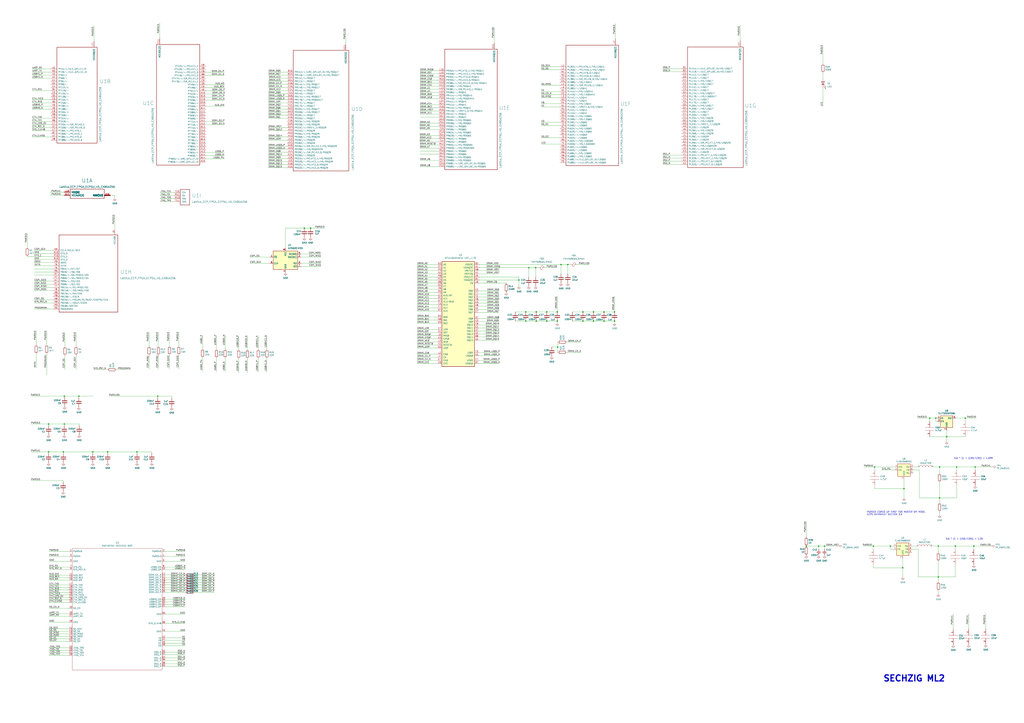
<source format=kicad_sch>
(kicad_sch (version 20211123) (generator eeschema)
  (paper "A1")
  (title_block (title "Sechzig ML2 Module") (date "2023-01-03") (rev "V0") (company "Copyright © 2023 Lone Dynamics Corporation"))
  (junction (at 457.708 256.286))
  (junction (at 768.604 343.662))
  (junction (at 249.936 187.452))
  (junction (at 487.426 263.906))
  (junction (at 52.832 348.488))
  (junction (at 672.338 448.818))
  (junction (at 496.062 256.286))
  (junction (at 770.636 448.818))
  (junction (at 478.79 263.906))
  (junction (at 39.878 371.348))
  (junction (at 800.862 383.794))
  (junction (at 112.522 371.348))
  (junction (at 449.072 256.286))
  (junction (at 426.212 230.124))
  (junction (at 785.622 383.794))
  (junction (at 129.54 325.628))
  (junction (at 457.708 263.906))
  (junction (at 771.652 409.194))
  (junction (at 457.962 285.242))
  (junction (at 763.524 343.662))
  (junction (at 466.344 217.424))
  (junction (at 52.832 325.628))
  (junction (at 677.164 448.818))
  (junction (at 434.34 219.964))
  (junction (at 741.426 466.598))
  (junction (at 460.756 217.424))
  (junction (at 742.442 401.574))
  (junction (at 440.436 263.906))
  (junction (at 792.734 343.662))
  (junction (at 504.698 256.286))
  (junction (at 771.652 383.794))
  (junction (at 487.426 256.286))
  (junction (at 76.2 371.348))
  (junction (at 431.8 256.286))
  (junction (at 770.636 474.218))
  (junction (at 439.928 219.964))
  (junction (at 799.846 448.818))
  (junction (at 496.062 263.906))
  (junction (at 440.436 256.286))
  (junction (at 52.07 371.348))
  (junction (at 662.178 448.818))
  (junction (at 39.878 348.488))
  (junction (at 88.392 371.348))
  (junction (at 717.296 448.818))
  (junction (at 731.266 448.818))
  (junction (at 478.79 256.286))
  (junction (at 777.494 358.902))
  (junction (at 64.77 325.628))
  (junction (at 718.312 383.794))
  (junction (at 449.072 263.906))
  (junction (at 784.606 448.818))
  (junction (at 255.016 187.452))
  (junction (at 431.8 263.906))
  (junction (at 504.698 263.906))
  (wire (pts (xy 504.698 263.906) (xy 504.698 265.43)))
  (wire (pts (xy 56.896 486.918) (xy 40.386 486.918)))
  (wire (pts (xy 359.156 280.924) (xy 342.646 280.924)))
  (wire (pts (xy 56.896 499.872) (xy 40.386 499.872)))
  (wire (pts (xy 754.126 451.358) (xy 754.126 474.218)))
  (wire (pts (xy 465.582 281.178) (xy 477.266 281.178)))
  (wire (pts (xy 409.956 225.044) (xy 393.446 225.044)))
  (wire (pts (xy 139.192 291.846) (xy 139.192 303.276)))
  (wire (pts (xy 220.472 71.882) (xy 235.712 71.882)))
  (wire (pts (xy 52.832 348.488) (xy 65.024 348.488)))
  (wire (pts (xy 344.932 60.706) (xy 360.172 60.706)))
  (wire (pts (xy 440.436 263.906) (xy 449.072 263.906)))
  (wire (pts (xy 176.276 484.632) (xy 159.766 484.632)))
  (wire (pts (xy 423.164 256.286) (xy 431.8 256.286)))
  (wire (pts (xy 169.164 79.756) (xy 184.404 79.756)))
  (wire (pts (xy 152.146 472.44) (xy 135.636 472.44)))
  (wire (pts (xy 795.528 516.89) (xy 795.528 504.19)))
  (wire (pts (xy 263.652 211.328) (xy 247.142 211.328)))
  (wire (pts (xy 359.156 293.624) (xy 342.646 293.624)))
  (wire (pts (xy 544.322 127.508) (xy 559.562 127.508)))
  (wire (pts (xy 770.636 453.898) (xy 770.636 448.818)))
  (wire (pts (xy 359.156 283.464) (xy 342.646 283.464)))
  (wire (pts (xy 94.234 176.53) (xy 94.234 187.96)))
  (wire (pts (xy 444.5 57.404) (xy 459.74 57.404)))
  (wire (pts (xy 166.37 294.132) (xy 166.37 305.562)))
  (wire (pts (xy 677.164 448.818) (xy 677.164 451.358)))
  (wire (pts (xy 219.202 294.64) (xy 219.202 306.07)))
  (wire (pts (xy 771.652 413.004) (xy 771.652 409.194)))
  (wire (pts (xy 771.652 409.194) (xy 785.622 409.194)))
  (wire (pts (xy 755.142 386.334) (xy 755.142 409.194)))
  (wire (pts (xy 152.146 474.472) (xy 135.636 474.472)))
  (wire (pts (xy 56.896 453.136) (xy 40.386 453.136)))
  (wire (pts (xy 26.416 64.262) (xy 41.656 64.262)))
  (wire (pts (xy 64.77 326.898) (xy 64.77 325.628)))
  (wire (pts (xy 76.2 372.618) (xy 76.2 371.348)))
  (wire (pts (xy 43.434 231.14) (xy 28.194 231.14)))
  (wire (pts (xy 26.416 87.122) (xy 41.656 87.122)))
  (wire (pts (xy 263.652 218.948) (xy 247.142 218.948)))
  (wire (pts (xy 470.154 263.906) (xy 478.79 263.906)))
  (wire (pts (xy 771.652 396.494) (xy 771.652 409.194)))
  (wire (pts (xy 28.194 248.92) (xy 43.434 248.92)))
  (wire (pts (xy 94.234 160.528) (xy 90.678 160.528)))
  (wire (pts (xy 28.194 226.06) (xy 43.434 226.06)))
  (wire (pts (xy 152.146 461.264) (xy 135.636 461.264)))
  (wire (pts (xy 544.322 135.128) (xy 559.562 135.128)))
  (wire (pts (xy 496.062 263.906) (xy 504.698 263.906)))
  (wire (pts (xy 196.088 294.894) (xy 196.088 306.324)))
  (wire (pts (xy 768.604 343.662) (xy 763.524 343.662)))
  (wire (pts (xy 724.154 386.334) (xy 734.822 386.334)))
  (wire (pts (xy 56.896 493.014) (xy 40.386 493.014)))
  (wire (pts (xy 152.146 492.506) (xy 135.636 492.506)))
  (wire (pts (xy 770.636 461.518) (xy 770.636 474.218)))
  (wire (pts (xy 359.156 227.584) (xy 342.646 227.584)))
  (wire (pts (xy 146.812 291.846) (xy 146.812 303.276)))
  (wire (pts (xy 26.416 97.282) (xy 41.656 97.282)))
  (wire (pts (xy 196.088 275.844) (xy 196.088 287.274)))
  (wire (pts (xy 344.932 131.826) (xy 360.172 131.826)))
  (wire (pts (xy 52.832 349.758) (xy 52.832 348.488)))
  (wire (pts (xy 409.956 246.634) (xy 393.446 246.634)))
  (wire (pts (xy 769.874 343.662) (xy 768.604 343.662)))
  (wire (pts (xy 784.606 474.218) (xy 784.606 464.058)))
  (wire (pts (xy 176.276 472.44) (xy 159.766 472.44)))
  (wire (pts (xy 65.024 349.758) (xy 65.024 348.488)))
  (wire (pts (xy 470.154 256.286) (xy 478.79 256.286)))
  (wire (pts (xy 409.956 274.574) (xy 393.446 274.574)))
  (wire (pts (xy 56.896 527.05) (xy 40.386 527.05)))
  (wire (pts (xy 344.932 111.506) (xy 360.172 111.506)))
  (wire (pts (xy 742.442 401.574) (xy 742.442 409.194)))
  (wire (pts (xy 544.322 132.588) (xy 559.562 132.588)))
  (wire (pts (xy 112.522 372.618) (xy 112.522 371.348)))
  (wire (pts (xy 359.156 296.164) (xy 342.646 296.164)))
  (wire (pts (xy 439.928 219.964) (xy 442.468 219.964)))
  (wire (pts (xy 444.5 54.864) (xy 459.74 54.864)))
  (wire (pts (xy 176.276 474.472) (xy 159.766 474.472)))
  (wire (pts (xy 263.652 208.788) (xy 247.142 208.788)))
  (wire (pts (xy 344.932 65.786) (xy 360.172 65.786)))
  (wire (pts (xy 220.472 107.442) (xy 235.712 107.442)))
  (wire (pts (xy 152.146 468.122) (xy 135.636 468.122)))
  (wire (pts (xy 53.34 273.304) (xy 53.34 284.734)))
  (wire (pts (xy 129.54 326.898) (xy 129.54 325.628)))
  (wire (pts (xy 344.932 88.646) (xy 360.172 88.646)))
  (wire (pts (xy 221.742 216.408) (xy 205.232 216.408)))
  (wire (pts (xy 473.964 217.424) (xy 483.616 217.424)))
  (wire (pts (xy 220.472 59.182) (xy 235.712 59.182)))
  (wire (pts (xy 152.146 547.624) (xy 135.636 547.624)))
  (wire (pts (xy 28.194 205.74) (xy 43.434 205.74)))
  (wire (pts (xy 25.4 371.348) (xy 39.878 371.348)))
  (wire (pts (xy 112.522 371.348) (xy 124.714 371.348)))
  (wire (pts (xy 152.146 486.664) (xy 135.636 486.664)))
  (wire (pts (xy 742.442 401.574) (xy 718.312 401.574)))
  (wire (pts (xy 800.862 383.794) (xy 813.562 383.794)))
  (wire (pts (xy 220.472 84.582) (xy 235.712 84.582)))
  (wire (pts (xy 444.5 100.584) (xy 459.74 100.584)))
  (wire (pts (xy 784.606 448.818) (xy 799.846 448.818)))
  (wire (pts (xy 444.5 75.184) (xy 459.74 75.184)))
  (wire (pts (xy 220.472 97.282) (xy 235.712 97.282)))
  (wire (pts (xy 56.896 538.48) (xy 40.386 538.48)))
  (wire (pts (xy 220.472 122.682) (xy 235.712 122.682)))
  (wire (pts (xy 169.164 128.016) (xy 184.404 128.016)))
  (wire (pts (xy 169.164 69.596) (xy 184.404 69.596)))
  (wire (pts (xy 487.426 256.286) (xy 496.062 256.286)))
  (wire (pts (xy 662.178 448.818) (xy 672.338 448.818)))
  (wire (pts (xy 785.622 386.334) (xy 785.622 383.794)))
  (wire (pts (xy 359.156 286.004) (xy 342.646 286.004)))
  (wire (pts (xy 393.446 230.124) (xy 426.212 230.124)))
  (wire (pts (xy 28.194 220.98) (xy 43.434 220.98)))
  (wire (pts (xy 784.606 451.358) (xy 784.606 448.818)))
  (wire (pts (xy 409.956 272.034) (xy 393.446 272.034)))
  (wire (pts (xy 409.956 279.654) (xy 393.446 279.654)))
  (wire (pts (xy 782.828 517.144) (xy 782.828 504.444)))
  (wire (pts (xy 176.276 482.6) (xy 159.766 482.6)))
  (wire (pts (xy 359.156 275.844) (xy 342.646 275.844)))
  (wire (pts (xy 344.932 124.206) (xy 360.172 124.206)))
  (wire (pts (xy 718.312 386.334) (xy 718.312 383.794)))
  (wire (pts (xy 25.146 325.628) (xy 52.832 325.628)))
  (wire (pts (xy 22.352 210.82) (xy 43.434 210.82)))
  (wire (pts (xy 39.878 371.348) (xy 52.07 371.348)))
  (wire (pts (xy 22.352 191.77) (xy 22.352 203.2)))
  (wire (pts (xy 28.194 223.52) (xy 43.434 223.52)))
  (wire (pts (xy 409.956 296.164) (xy 393.446 296.164)))
  (wire (pts (xy 393.446 219.964) (xy 434.34 219.964)))
  (wire (pts (xy 409.956 298.704) (xy 393.446 298.704)))
  (wire (pts (xy 733.806 451.358) (xy 731.266 451.358)))
  (wire (pts (xy 344.932 91.186) (xy 360.172 91.186)))
  (wire (pts (xy 440.436 256.286) (xy 449.072 256.286)))
  (wire (pts (xy 220.472 87.122) (xy 235.712 87.122)))
  (wire (pts (xy 466.344 217.424) (xy 468.884 217.424)))
  (wire (pts (xy 152.146 466.09) (xy 135.636 466.09)))
  (wire (pts (xy 152.146 504.698) (xy 135.636 504.698)))
  (wire (pts (xy 457.962 285.242) (xy 457.962 289.56)))
  (wire (pts (xy 26.416 59.182) (xy 41.656 59.182)))
  (wire (pts (xy 95.758 303.784) (xy 107.188 303.784)))
  (wire (pts (xy 152.146 535.94) (xy 135.636 535.94)))
  (wire (pts (xy 122.428 273.05) (xy 122.428 284.48)))
  (wire (pts (xy 28.194 215.9) (xy 43.434 215.9)))
  (wire (pts (xy 718.312 383.794) (xy 734.822 383.794)))
  (wire (pts (xy 152.146 480.568) (xy 135.636 480.568)))
  (wire (pts (xy 359.156 232.664) (xy 342.646 232.664)))
  (wire (pts (xy 431.8 263.906) (xy 440.436 263.906)))
  (wire (pts (xy 39.878 372.618) (xy 39.878 371.348)))
  (wire (pts (xy 56.896 484.886) (xy 40.386 484.886)))
  (wire (pts (xy 56.896 536.448) (xy 40.386 536.448)))
  (wire (pts (xy 444.5 87.884) (xy 459.74 87.884)))
  (wire (pts (xy 675.894 59.944) (xy 675.894 64.516)))
  (wire (pts (xy 431.8 256.286) (xy 440.436 256.286)))
  (wire (pts (xy 444.5 80.264) (xy 459.74 80.264)))
  (wire (pts (xy 393.446 217.424) (xy 460.756 217.424)))
  (wire (pts (xy 220.472 132.842) (xy 235.712 132.842)))
  (wire (pts (xy 56.896 522.986) (xy 40.386 522.986)))
  (wire (pts (xy 220.472 61.722) (xy 235.712 61.722)))
  (wire (pts (xy 544.322 58.928) (xy 559.562 58.928)))
  (wire (pts (xy 56.896 520.954) (xy 40.386 520.954)))
  (wire (pts (xy 220.472 137.922) (xy 235.712 137.922)))
  (wire (pts (xy 26.416 82.042) (xy 41.656 82.042)))
  (wire (pts (xy 131.064 18.796) (xy 131.064 31.496)))
  (wire (pts (xy 56.896 495.046) (xy 40.386 495.046)))
  (wire (pts (xy 741.426 466.598) (xy 717.296 466.598)))
  (wire (pts (xy 212.09 294.64) (xy 212.09 306.07)))
  (wire (pts (xy 26.416 74.422) (xy 41.656 74.422)))
  (wire (pts (xy 56.896 480.822) (xy 40.386 480.822)))
  (wire (pts (xy 39.878 349.758) (xy 39.878 348.488)))
  (wire (pts (xy 220.472 125.222) (xy 235.712 125.222)))
  (wire (pts (xy 359.156 240.284) (xy 342.646 240.284)))
  (wire (pts (xy 56.896 490.982) (xy 40.386 490.982)))
  (wire (pts (xy 717.296 451.358) (xy 717.296 448.818)))
  (wire (pts (xy 717.296 448.818) (xy 731.266 448.818)))
  (wire (pts (xy 219.202 275.59) (xy 219.202 287.02)))
  (wire (pts (xy 405.892 22.606) (xy 405.892 35.306)))
  (wire (pts (xy 184.912 294.386) (xy 184.912 305.816)))
  (wire (pts (xy 169.164 72.136) (xy 184.404 72.136)))
  (wire (pts (xy 89.408 325.628) (xy 129.54 325.628)))
  (wire (pts (xy 152.146 540.766) (xy 135.636 540.766)))
  (wire (pts (xy 785.622 409.194) (xy 785.622 399.034)))
  (wire (pts (xy 26.416 61.722) (xy 41.656 61.722)))
  (wire (pts (xy 444.5 85.344) (xy 459.74 85.344)))
  (wire (pts (xy 28.194 238.76) (xy 43.434 238.76)))
  (wire (pts (xy 409.956 277.114) (xy 393.446 277.114)))
  (wire (pts (xy 393.446 227.584) (xy 426.212 227.584)))
  (wire (pts (xy 28.194 208.28) (xy 43.434 208.28)))
  (wire (pts (xy 770.636 488.188) (xy 770.636 485.648)))
  (wire (pts (xy 785.622 383.794) (xy 800.862 383.794)))
  (wire (pts (xy 26.416 56.642) (xy 41.656 56.642)))
  (wire (pts (xy 718.312 399.034) (xy 718.312 401.574)))
  (wire (pts (xy 38.354 271.78) (xy 38.354 283.21)))
  (wire (pts (xy 212.09 275.59) (xy 212.09 287.02)))
  (wire (pts (xy 741.426 458.978) (xy 741.426 466.598)))
  (wire (pts (xy 152.146 484.632) (xy 135.636 484.632)))
  (wire (pts (xy 344.932 96.266) (xy 360.172 96.266)))
  (wire (pts (xy 152.146 478.536) (xy 135.636 478.536)))
  (wire (pts (xy 62.484 292.1) (xy 62.484 303.53)))
  (wire (pts (xy 769.874 346.202) (xy 768.604 346.202)))
  (wire (pts (xy 809.498 516.89) (xy 809.498 504.19)))
  (wire (pts (xy 25.4 348.488) (xy 39.878 348.488)))
  (wire (pts (xy 152.146 494.538) (xy 135.636 494.538)))
  (wire (pts (xy 184.912 275.336) (xy 184.912 286.766)))
  (wire (pts (xy 26.416 107.442) (xy 41.656 107.442)))
  (wire (pts (xy 359.156 298.704) (xy 342.646 298.704)))
  (wire (pts (xy 130.048 273.05) (xy 130.048 284.48)))
  (wire (pts (xy 453.136 285.242) (xy 457.962 285.242)))
  (wire (pts (xy 220.472 135.382) (xy 235.712 135.382)))
  (wire (pts (xy 359.156 273.304) (xy 342.646 273.304)))
  (wire (pts (xy 717.296 464.058) (xy 717.296 466.598)))
  (wire (pts (xy 29.718 271.78) (xy 29.718 283.21)))
  (wire (pts (xy 177.8 275.336) (xy 177.8 286.766)))
  (wire (pts (xy 56.896 504.444) (xy 40.386 504.444)))
  (wire (pts (xy 792.734 346.202) (xy 792.734 343.662)))
  (wire (pts (xy 131.572 165.862) (xy 143.002 165.862)))
  (wire (pts (xy 505.46 19.304) (xy 505.46 32.004)))
  (wire (pts (xy 607.822 33.528) (xy 607.822 20.828)))
  (wire (pts (xy 409.956 261.874) (xy 393.446 261.874)))
  (wire (pts (xy 129.54 325.628) (xy 140.97 325.628)))
  (wire (pts (xy 56.896 534.416) (xy 40.386 534.416)))
  (wire (pts (xy 26.416 99.822) (xy 41.656 99.822)))
  (wire (pts (xy 444.5 118.364) (xy 459.74 118.364)))
  (wire (pts (xy 152.146 537.972) (xy 135.636 537.972)))
  (wire (pts (xy 409.956 256.794) (xy 393.446 256.794)))
  (wire (pts (xy 76.708 303.784) (xy 88.138 303.784)))
  (wire (pts (xy 675.894 87.376) (xy 675.894 72.136)))
  (wire (pts (xy 169.164 102.616) (xy 184.404 102.616)))
  (wire (pts (xy 283.972 23.622) (xy 283.972 36.322)))
  (wire (pts (xy 344.932 73.406) (xy 360.172 73.406)))
  (wire (pts (xy 139.192 272.796) (xy 139.192 284.226)))
  (wire (pts (xy 220.472 104.902) (xy 235.712 104.902)))
  (wire (pts (xy 220.472 69.342) (xy 235.712 69.342)))
  (wire (pts (xy 409.956 249.174) (xy 393.446 249.174)))
  (wire (pts (xy 152.146 498.602) (xy 135.636 498.602)))
  (wire (pts (xy 176.276 476.504) (xy 159.766 476.504)))
  (wire (pts (xy 234.442 187.452) (xy 234.442 203.708)))
  (wire (pts (xy 220.472 89.662) (xy 235.712 89.662)))
  (wire (pts (xy 771.652 423.164) (xy 771.652 420.624)))
  (wire (pts (xy 169.164 130.556) (xy 184.404 130.556)))
  (wire (pts (xy 359.156 263.144) (xy 342.646 263.144)))
  (wire (pts (xy 708.406 448.818) (xy 717.296 448.818)))
  (wire (pts (xy 169.164 82.296) (xy 184.404 82.296)))
  (wire (pts (xy 152.146 482.6) (xy 135.636 482.6)))
  (wire (pts (xy 359.156 260.604) (xy 342.646 260.604)))
  (wire (pts (xy 28.194 236.22) (xy 43.434 236.22)))
  (wire (pts (xy 88.392 371.348) (xy 112.522 371.348)))
  (wire (pts (xy 344.932 78.486) (xy 360.172 78.486)))
  (wire (pts (xy 152.146 518.922) (xy 135.636 518.922)))
  (wire (pts (xy 130.048 292.1) (xy 130.048 303.53)))
  (wire (pts (xy 444.5 113.284) (xy 459.74 113.284)))
  (wire (pts (xy 409.956 241.554) (xy 393.446 241.554)))
  (wire (pts (xy 749.046 448.818) (xy 752.856 448.818)))
  (wire (pts (xy 344.932 63.246) (xy 360.172 63.246)))
  (wire (pts (xy 359.156 278.384) (xy 342.646 278.384)))
  (wire (pts (xy 777.494 353.822) (xy 777.494 358.902)))
  (wire (pts (xy 457.708 263.906) (xy 457.708 265.43)))
  (wire (pts (xy 26.416 102.362) (xy 41.656 102.362)))
  (wire (pts (xy 220.472 66.802) (xy 235.712 66.802)))
  (wire (pts (xy 169.164 77.216) (xy 184.404 77.216)))
  (wire (pts (xy 94.234 162.814) (xy 94.234 160.528)))
  (wire (pts (xy 146.812 272.796) (xy 146.812 284.226)))
  (wire (pts (xy 359.156 242.824) (xy 342.646 242.824)))
  (wire (pts (xy 409.956 269.494) (xy 393.446 269.494)))
  (wire (pts (xy 359.156 230.124) (xy 342.646 230.124)))
  (wire (pts (xy 359.156 217.424) (xy 342.646 217.424)))
  (wire (pts (xy 777.494 362.712) (xy 777.494 358.902)))
  (wire (pts (xy 220.472 64.262) (xy 235.712 64.262)))
  (wire (pts (xy 52.07 371.348) (xy 76.2 371.348)))
  (wire (pts (xy 344.932 136.906) (xy 360.172 136.906)))
  (wire (pts (xy 41.148 160.528) (xy 52.578 160.528)))
  (wire (pts (xy 344.932 101.346) (xy 360.172 101.346)))
  (wire (pts (xy 359.156 219.964) (xy 342.646 219.964)))
  (wire (pts (xy 750.062 383.794) (xy 753.872 383.794)))
  (wire (pts (xy 26.416 112.522) (xy 41.656 112.522)))
  (wire (pts (xy 344.932 103.886) (xy 360.172 103.886)))
  (wire (pts (xy 152.146 453.136) (xy 135.636 453.136)))
  (wire (pts (xy 152.146 512.318) (xy 135.636 512.318)))
  (wire (pts (xy 88.392 372.618) (xy 88.392 371.348)))
  (wire (pts (xy 56.896 472.694) (xy 40.386 472.694)))
  (wire (pts (xy 176.276 478.536) (xy 159.766 478.536)))
  (wire (pts (xy 753.364 343.662) (xy 763.524 343.662)))
  (wire (pts (xy 41.148 157.988) (xy 52.578 157.988)))
  (wire (pts (xy 359.156 255.524) (xy 342.646 255.524)))
  (wire (pts (xy 741.426 466.598) (xy 741.426 474.218)))
  (wire (pts (xy 423.164 263.906) (xy 431.8 263.906)))
  (wire (pts (xy 544.322 56.388) (xy 559.562 56.388)))
  (wire (pts (xy 56.896 482.854) (xy 40.386 482.854)))
  (wire (pts (xy 77.216 21.082) (xy 77.216 33.782)))
  (wire (pts (xy 177.8 294.386) (xy 177.8 305.816)))
  (wire (pts (xy 449.072 256.286) (xy 457.708 256.286)))
  (wire (pts (xy 56.896 457.2) (xy 40.386 457.2)))
  (wire (pts (xy 124.714 372.618) (xy 124.714 371.348)))
  (wire (pts (xy 771.652 388.874) (xy 771.652 383.794)))
  (wire (pts (xy 344.932 81.026) (xy 360.172 81.026)))
  (wire (pts (xy 478.79 263.906) (xy 487.426 263.906)))
  (wire (pts (xy 56.896 468.122) (xy 40.386 468.122)))
  (wire (pts (xy 344.932 116.586) (xy 360.172 116.586)))
  (wire (pts (xy 344.932 114.046) (xy 360.172 114.046)))
  (wire (pts (xy 56.896 488.95) (xy 40.386 488.95)))
  (wire (pts (xy 51.816 396.24) (xy 51.816 394.97)))
  (wire (pts (xy 221.742 211.328) (xy 205.232 211.328)))
  (wire (pts (xy 785.114 343.662) (xy 792.734 343.662)))
  (wire (pts (xy 152.146 528.574) (xy 135.636 528.574)))
  (wire (pts (xy 409.956 292.354) (xy 393.446 292.354)))
  (wire (pts (xy 169.164 87.376) (xy 184.404 87.376)))
  (wire (pts (xy 152.146 545.592) (xy 135.636 545.592)))
  (wire (pts (xy 39.878 348.488) (xy 52.832 348.488)))
  (wire (pts (xy 447.548 219.964) (xy 457.2 219.964)))
  (wire (pts (xy 169.164 74.676) (xy 184.404 74.676)))
  (wire (pts (xy 152.146 496.57) (xy 135.636 496.57)))
  (wire (pts (xy 672.338 448.818) (xy 672.338 451.358)))
  (wire (pts (xy 169.164 100.076) (xy 184.404 100.076)))
  (wire (pts (xy 152.146 530.606) (xy 135.636 530.606)))
  (wire (pts (xy 770.636 474.218) (xy 754.126 474.218)))
  (wire (pts (xy 434.34 219.964) (xy 434.34 227.584)))
  (wire (pts (xy 140.97 325.628) (xy 140.97 327.152)))
  (wire (pts (xy 234.442 187.452) (xy 249.936 187.452)))
  (wire (pts (xy 220.472 127.762) (xy 235.712 127.762)))
  (wire (pts (xy 359.156 247.904) (xy 342.646 247.904)))
  (wire (pts (xy 26.416 104.902) (xy 41.656 104.902)))
  (wire (pts (xy 439.928 227.584) (xy 439.928 219.964)))
  (wire (pts (xy 359.156 225.044) (xy 342.646 225.044)))
  (wire (pts (xy 409.956 264.414) (xy 393.446 264.414)))
  (wire (pts (xy 478.79 256.286) (xy 487.426 256.286)))
  (wire (pts (xy 131.572 158.242) (xy 143.002 158.242)))
  (wire (pts (xy 220.472 94.742) (xy 235.712 94.742)))
  (wire (pts (xy 28.194 218.44) (xy 43.434 218.44)))
  (wire (pts (xy 56.896 516.89) (xy 40.386 516.89)))
  (wire (pts (xy 169.164 61.976) (xy 184.404 61.976)))
  (wire (pts (xy 359.156 291.084) (xy 342.646 291.084)))
  (wire (pts (xy 344.932 68.326) (xy 360.172 68.326)))
  (wire (pts (xy 709.422 383.794) (xy 718.312 383.794)))
  (wire (pts (xy 56.896 525.018) (xy 40.386 525.018)))
  (wire (pts (xy 166.37 275.082) (xy 166.37 286.512)))
  (wire (pts (xy 38.354 290.83) (xy 38.354 308.356)))
  (wire (pts (xy 770.636 448.818) (xy 784.606 448.818)))
  (wire (pts (xy 799.846 448.818) (xy 799.846 451.358)))
  (wire (pts (xy 344.932 86.106) (xy 360.172 86.106)))
  (wire (pts (xy 770.636 474.218) (xy 784.606 474.218)))
  (wire (pts (xy 220.472 92.202) (xy 235.712 92.202)))
  (wire (pts (xy 799.846 448.818) (xy 812.546 448.818)))
  (wire (pts (xy 344.932 121.666) (xy 360.172 121.666)))
  (wire (pts (xy 409.956 289.814) (xy 393.446 289.814)))
  (wire (pts (xy 731.266 451.358) (xy 731.266 448.818)))
  (wire (pts (xy 152.146 476.504) (xy 135.636 476.504)))
  (wire (pts (xy 220.472 74.422) (xy 235.712 74.422)))
  (wire (pts (xy 56.896 506.476) (xy 40.386 506.476)))
  (wire (pts (xy 53.086 326.39) (xy 52.832 325.628)))
  (wire (pts (xy 26.416 89.662) (xy 41.656 89.662)))
  (wire (pts (xy 28.321 254) (xy 43.434 254)))
  (wire (pts (xy 359.156 237.744) (xy 342.646 237.744)))
  (wire (pts (xy 52.07 372.618) (xy 52.07 371.348)))
  (wire (pts (xy 43.434 233.68) (xy 28.194 233.68)))
  (wire (pts (xy 359.156 222.504) (xy 342.646 222.504)))
  (wire (pts (xy 56.896 474.726) (xy 40.386 474.726)))
  (wire (pts (xy 131.572 163.322) (xy 143.002 163.322)))
  (wire (pts (xy 742.442 393.954) (xy 742.442 401.574)))
  (wire (pts (xy 465.582 289.56) (xy 477.266 289.56)))
  (wire (pts (xy 255.016 187.452) (xy 266.446 187.452)))
  (wire (pts (xy 457.962 281.178) (xy 457.962 285.242)))
  (wire (pts (xy 763.524 358.902) (xy 777.494 358.902)))
  (wire (pts (xy 152.146 524.256) (xy 135.636 524.256)))
  (wire (pts (xy 25.4 394.97) (xy 51.816 394.97)))
  (wire (pts (xy 359.156 252.984) (xy 342.646 252.984)))
  (wire (pts (xy 28.194 246.38) (xy 43.434 246.38)))
  (wire (pts (xy 56.896 461.264) (xy 40.386 461.264)))
  (wire (pts (xy 359.156 270.764) (xy 342.646 270.764)))
  (wire (pts (xy 770.636 478.028) (xy 770.636 474.218)))
  (wire (pts (xy 344.932 106.426) (xy 360.172 106.426)))
  (wire (pts (xy 344.932 119.126) (xy 360.172 119.126)))
  (wire (pts (xy 449.072 263.906) (xy 457.708 263.906)))
  (wire (pts (xy 176.276 480.568) (xy 159.766 480.568)))
  (wire (pts (xy 52.832 325.628) (xy 64.77 325.628)))
  (wire (pts (xy 487.426 263.906) (xy 496.062 263.906)))
  (wire (pts (xy 768.604 346.202) (xy 768.604 343.662)))
  (wire (pts (xy 749.046 451.358) (xy 754.126 451.358)))
  (wire (pts (xy 457.708 243.586) (xy 457.708 256.286)))
  (wire (pts (xy 344.932 70.866) (xy 360.172 70.866)))
  (wire (pts (xy 122.428 292.1) (xy 122.428 303.53)))
  (wire (pts (xy 152.146 457.2) (xy 135.636 457.2)))
  (wire (pts (xy 675.894 52.324) (xy 675.894 37.084)))
  (wire (pts (xy 409.956 244.094) (xy 393.446 244.094)))
  (wire (pts (xy 770.636 448.818) (xy 765.556 448.818)))
  (wire (pts (xy 249.936 187.452) (xy 255.016 187.452)))
  (wire (pts (xy 152.146 542.798) (xy 135.636 542.798)))
  (wire (pts (xy 771.652 383.794) (xy 785.622 383.794)))
  (wire (pts (xy 220.472 120.142) (xy 235.712 120.142)))
  (wire (pts (xy 731.266 448.818) (xy 733.806 448.818)))
  (wire (pts (xy 169.164 59.436) (xy 184.404 59.436)))
  (wire (pts (xy 777.494 358.902) (xy 792.734 358.902)))
  (wire (pts (xy 169.164 125.476) (xy 184.404 125.476)))
  (wire (pts (xy 444.5 77.724) (xy 459.74 77.724)))
  (wire (pts (xy 771.652 383.794) (xy 766.572 383.794)))
  (wire (pts (xy 26.416 84.582) (xy 41.656 84.582)))
  (wire (pts (xy 56.896 466.09) (xy 40.386 466.09)))
  (wire (pts (xy 344.932 75.946) (xy 360.172 75.946)))
  (wire (pts (xy 800.862 383.794) (xy 800.862 386.334)))
  (wire (pts (xy 344.932 126.746) (xy 360.172 126.746)))
  (wire (pts (xy 220.472 115.062) (xy 235.712 115.062)))
  (wire (pts (xy 750.062 386.334) (xy 755.142 386.334)))
  (wire (pts (xy 220.472 76.962) (xy 235.712 76.962)))
  (wire (pts (xy 763.524 346.202) (xy 763.524 343.662)))
  (wire (pts (xy 344.932 58.166) (xy 360.172 58.166)))
  (wire (pts (xy 544.322 130.048) (xy 559.562 130.048)))
  (wire (pts (xy 426.212 230.124) (xy 426.212 235.204)))
  (wire (pts (xy 56.896 518.922) (xy 40.386 518.922)))
  (wire (pts (xy 466.344 217.424) (xy 460.756 217.424)))
  (wire (pts (xy 344.932 93.726) (xy 360.172 93.726)))
  (wire (pts (xy 220.472 130.302) (xy 235.712 130.302)))
  (wire (pts (xy 662.178 441.198) (xy 662.178 428.498)))
  (wire (pts (xy 220.472 82.042) (xy 235.712 82.042)))
  (wire (pts (xy 220.472 79.502) (xy 235.712 79.502)))
  (wire (pts (xy 62.484 273.05) (xy 62.484 284.48)))
  (wire (pts (xy 64.77 325.628) (xy 76.708 325.628)))
  (wire (pts (xy 504.698 243.586) (xy 504.698 256.286)))
  (wire (pts (xy 220.472 112.522) (xy 235.712 112.522)))
  (wire (pts (xy 426.212 227.584) (xy 426.212 230.124)))
  (wire (pts (xy 460.756 217.424) (xy 460.756 225.044)))
  (wire (pts (xy 176.276 486.664) (xy 159.766 486.664)))
  (wire (pts (xy 359.156 250.444) (xy 342.646 250.444)))
  (wire (pts (xy 28.194 213.36) (xy 43.434 213.36)))
  (wire (pts (xy 263.652 216.408) (xy 247.142 216.408)))
  (wire (pts (xy 131.572 160.782) (xy 143.002 160.782)))
  (wire (pts (xy 444.5 103.124) (xy 459.74 103.124)))
  (wire (pts (xy 203.2 294.894) (xy 203.2 306.324)))
  (wire (pts (xy 56.896 511.302) (xy 40.386 511.302)))
  (wire (pts (xy 439.928 219.964) (xy 434.34 219.964)))
  (wire (pts (xy 203.2 275.844) (xy 203.2 287.274)))
  (wire (pts (xy 444.5 70.104) (xy 459.74 70.104)))
  (wire (pts (xy 56.896 476.758) (xy 40.386 476.758)))
  (wire (pts (xy 409.956 251.714) (xy 393.446 251.714)))
  (wire (pts (xy 29.718 290.83) (xy 29.718 302.26)))
  (wire (pts (xy 771.652 409.194) (xy 755.142 409.194)))
  (wire (pts (xy 359.156 265.684) (xy 342.646 265.684)))
  (wire (pts (xy 393.446 232.664) (xy 415.798 232.664)))
  (wire (pts (xy 409.956 222.504) (xy 393.446 222.504)))
  (wire (pts (xy 466.344 225.044) (xy 466.344 217.424)))
  (wire (pts (xy 359.156 245.364) (xy 342.646 245.364)))
  (wire (pts (xy 359.156 235.204) (xy 342.646 235.204)))
  (wire (pts (xy 76.2 371.348) (xy 88.392 371.348)))
  (wire (pts (xy 56.896 532.384) (xy 40.386 532.384)))
  (wire (pts (xy 496.062 256.286) (xy 504.698 256.286)))
  (wire (pts (xy 409.956 254.254) (xy 393.446 254.254)))
  (wire (pts (xy 792.734 343.662) (xy 801.624 343.662)))
  (wire (pts (xy 677.164 448.818) (xy 687.07 448.818)))
  (wire (pts (xy 672.338 448.818) (xy 677.164 448.818)))
  (wire (pts (xy 409.956 266.954) (xy 393.446 266.954)))
  (wire (pts (xy 53.34 292.354) (xy 53.34 303.784)))
  (wire (pts (xy 409.956 239.014) (xy 393.446 239.014)))
  (wire (pts (xy 152.146 526.288) (xy 135.636 526.288)))
  (text "SECHZIG ML2" (at 725.17 560.578 0) (effects (font (size 5 5) (thickness 1) bold) (justify left bottom)))
  (text "PWR3V3 COMES UP FIRST FOR MASTER SPI MODE,\nECP5 DATASHEET SECTION 3.5" (at 711.962 423.672 0) (effects (font (size 1.27 1.27)) (justify left bottom)))
  (text "0.6 * (1 + (100/120)) = 1.099" (at 783.59 377.444 0) (effects (font (size 1.27 1.27)) (justify left bottom)))
  (text "0.6 * (1 + (150/120)) = 1.35" (at 776.732 443.738 0) (effects (font (size 1.27 1.27)) (justify left bottom)))
  (label "ETH_TX0" (at 26.416 97.282 0))
  (label "DRAM_DQ9" (at 220.472 130.302 0))
  (label "PWR1V1" (at 42.164 157.988 0))
  (label "DRAM_A15" (at 220.726 66.802 0))
  (label "DRAM_DQ15" (at 398.78 279.654 0))
  (label "DRAM_BA1" (at 342.646 263.144 0))
  (label "DRAM_VDD" (at 399.542 217.424 0))
  (label "USBDC_P" (at 143.51 468.122 0))
  (label "XA" (at 444.5 75.184 0))
  (label "USBD_PU" (at 175.26 130.556 0))
  (label "SD_MOSI" (at 444.5 70.104 0))
  (label "DRAM_UDQS_N" (at 397.002 298.704 0))
  (label "DRAM_CK_P" (at 466.344 281.178 0))
  (label "DS2_P" (at 544.322 132.588 0))
  (label "DDMIC_D0_N" (at 140.208 476.504 0))
  (label "PWR3V3" (at 753.364 343.662 0))
  (label "USBDC_N" (at 143.51 466.09 0))
  (label "CSPI_SS" (at 28.194 246.38 0))
  (label "DRAM_A2" (at 342.646 222.504 0))
  (label "DDMI_CK_N" (at 165.608 472.44 0))
  (label "DRAM_A11" (at 342.646 245.364 0))
  (label "ETH_TX0" (at 40.386 480.822 0))
  (label "PWR3V3" (at 130.048 280.67 90))
  (label "PWR5V0" (at 40.386 453.136 0))
  (label "SYS_RST_N" (at 76.708 303.784 0))
  (label "DRAM_VDDQ" (at 504.698 255.016 90))
  (label "DRAM_ODT" (at 342.646 273.304 0))
  (label "DRAM_DQ6" (at 220.472 89.662 0))
  (label "XB" (at 149.352 526.288 0))
  (label "DRAM_CK_N" (at 342.646 296.164 0))
  (label "USBHC0_N" (at 141.986 492.506 0))
  (label "PWR3V3" (at 675.894 44.704 90))
  (label "DDMI_D1_N" (at 165.608 480.568 0))
  (label "DRAM_VREF" (at 399.542 222.504 0))
  (label "SD_CD_N" (at 40.386 499.872 0))
  (label "INITN" (at 28.194 218.44 0))
  (label "USBH0_N" (at 203.2 305.054 90))
  (label "DRAM_BA2" (at 342.646 265.684 0))
  (label "USBHC1_N" (at 219.202 285.496 90))
  (label "DRAM_A11" (at 344.932 93.726 0))
  (label "SD_SS" (at 444.5 57.404 0))
  (label "PWR2V5" (at 25.4 394.97 0))
  (label "PWR1V35" (at 283.972 32.258 90))
  (label "DDMI_CK_P" (at 173.99 79.756 0))
  (label "DRAM_BA0" (at 344.932 78.486 0))
  (label "DRAM_A10" (at 220.726 64.262 0))
  (label "DRAM_DQ11" (at 398.78 269.494 0))
  (label "DRAM_VREF" (at 678.434 448.818 0))
  (label "AUD_WS" (at 40.386 476.758 0))
  (label "UART_TX" (at 40.386 504.444 0))
  (label "DRAM_DQ15" (at 220.472 132.842 0))
  (label "CSPI_SIO3" (at 253.746 218.948 0))
  (label "DRAM_A1" (at 344.932 73.406 0))
  (label "DDMI_D2_N" (at 173.99 102.616 0))
  (label "DRAM_LDQS_N" (at 397.256 292.354 0))
  (label "DDMI_CK_P" (at 165.608 474.472 0))
  (label "SD_MISO" (at 40.386 520.954 0))
  (label "PWR3V3" (at 139.192 280.416 90))
  (label "JTAG_TMS" (at 131.572 165.862 0))
  (label "PWR3V3" (at 122.428 280.67 90))
  (label "DRAM_LDQS_P" (at 220.472 79.502 0))
  (label "USBHC1_N" (at 141.986 496.57 0))
  (label "DRAM_DQ13" (at 398.78 274.574 0))
  (label "DDMIC_D0_P" (at 140.208 478.536 0))
  (label "GND" (at 147.828 504.698 0))
  (label "SD_CD_N" (at 444.5 77.724 0))
  (label "CSPI_SCK" (at 62.484 302.26 90))
  (label "DRAM_UDM" (at 342.646 286.004 0))
  (label "DRAM_DQ14" (at 220.472 112.522 0))
  (label "GND" (at 40.386 511.302 0))
  (label "ETH_RX0" (at 26.416 84.582 0))
  (label "DONE" (at 28.194 215.9 0))
  (label "USBDC_N" (at 184.912 283.718 90))
  (label "ETH_TX1" (at 26.416 99.822 0))
  (label "ETH_RX1" (at 26.416 74.422 0))
  (label "PWR3V3" (at 25.4 348.488 0))
  (label "PROGRAMN" (at 38.354 302.26 90))
  (label "PWR3V3" (at 62.484 280.67 90))
  (label "DRAM_A8" (at 342.646 237.744 0))
  (label "PWR3V3" (at 809.498 513.08 90))
  (label "PWR1V1" (at 795.528 513.08 90))
  (label "JTAG_TDO" (at 40.386 536.448 0))
  (label "DRAM_A6" (at 342.646 232.664 0))
  (label "ETH_CRS_DV" (at 26.416 102.362 0))
  (label "AUD_DIN" (at 176.276 87.376 0))
  (label "PWR5V0" (at 144.526 453.136 0))
  (label "DRAM_A13" (at 342.646 250.444 0))
  (label "SD_D2" (at 40.386 527.05 0))
  (label "CFG_1" (at 28.194 210.82 0))
  (label "USBH1_P" (at 212.09 304.8 90))
  (label "AUD_WS" (at 176.784 69.596 0))
  (label "AUD_BCK" (at 40.386 474.726 0))
  (label "CSPI_MISO" (at 28.194 236.22 0))
  (label "XD" (at 444.5 100.584 0))
  (label "DDMI_D1_P" (at 165.608 482.6 0))
  (label "DRAM_CS#" (at 344.932 65.786 0))
  (label "SD_D2" (at 444.5 113.284 0))
  (label "USBD_N" (at 184.912 304.546 90))
  (label "PWR1V35" (at 405.892 31.242 90))
  (label "DRAM_BA2" (at 344.932 88.646 0))
  (label "CSPI_SCK" (at 28.194 205.74 0))
  (label "DRAM_VREF" (at 220.472 104.902 0))
  (label "PWR1V1" (at 782.828 513.334 90))
  (label "DRAM_A6" (at 344.932 131.826 0))
  (label "DDMIC_D2_N" (at 140.208 484.632 0))
  (label "DRAM_DQ7" (at 220.472 61.722 0))
  (label "DRAM_DQ12" (at 398.78 272.034 0))
  (label "DRAM_DQ4" (at 400.05 249.174 0))
  (label "DRAM_DQ12" (at 220.472 107.442 0))
  (label "DRAM_DQ10" (at 220.472 137.922 0))
  (label "SYS_PG" (at 724.154 386.334 0))
  (label "DDMI_D2_N" (at 165.608 484.632 0))
  (label "DRAM_A0" (at 342.646 217.424 0))
  (label "CSPI_MOSI" (at 28.194 238.76 0))
  (label "DRAM_A0" (at 353.06 103.886 180))
  (label "DDMI_D0_P" (at 174.244 74.676 0))
  (label "DDMIC_D2_P" (at 140.208 486.664 0))
  (label "DRAM_CKE" (at 342.646 298.704 0))
  (label "XA" (at 149.352 524.256 0))
  (label "PWR2V5" (at 794.004 343.662 0))
  (label "DRAM_UDQS_P" (at 220.472 120.142 0))
  (label "SD_MOSI" (at 40.386 522.986 0))
  (label "DS2_P" (at 145.796 547.624 0))
  (label "DS0_N" (at 544.322 58.928 0))
  (label "DRAM_VDD" (at 457.708 253.492 90))
  (label "USBHC1_P" (at 141.986 498.602 0))
  (label "DRAM_LDM" (at 342.646 270.764 0))
  (label "DRAM_CS#" (at 342.646 291.084 0))
  (label "ETH_TXEN" (at 40.386 488.95 0))
  (label "DRAM_DQ3" (at 400.05 246.634 0))
  (label "GND" (at 28.194 213.36 0))
  (label "DDMI_D1_P" (at 173.736 59.436 0))
  (label "DRAM_A3" (at 353.06 111.506 180))
  (label "AUD_DIN" (at 40.386 472.694 0))
  (label "DRAM_VREF" (at 344.932 91.186 0))
  (label "SD_D1" (at 444.5 103.124 0))
  (label "ETH_TXEN" (at 26.416 82.042 0))
  (label "UART_TX" (at 26.416 59.182 0))
  (label "DRAM_LDQS_P" (at 397.256 289.814 0))
  (label "JTAG_TCK" (at 131.572 158.242 0))
  (label "DS1_P" (at 544.322 127.508 0))
  (label "DRAM_DQ14" (at 398.78 277.114 0))
  (label "DRAM_A1" (at 342.646 219.964 0))
  (label "ETH_RST_N" (at 26.416 104.902 0))
  (label "DRAM_DQ7" (at 400.05 256.794 0))
  (label "DRAM_A15" (at 342.646 255.524 0))
  (label "DDMIC_D1_N" (at 140.208 480.568 0))
  (label "DRAM_CK_N" (at 220.472 71.882 0))
  (label "PWR3V3" (at 25.146 325.628 0))
  (label "DRAM_DQ1" (at 400.05 241.554 0))
  (label "ETH_RX0" (at 40.386 484.886 0))
  (label "DRAM_DQ5" (at 400.05 251.714 0))
  (label "DRAM_CK_P" (at 342.646 293.624 0))
  (label "GND" (at 40.386 461.264 0))
  (label "JTAG_TDO" (at 131.572 163.322 0))
  (label "PWR2V5" (at 42.164 160.528 0))
  (label "DRAM_DQ4" (at 220.472 92.202 0))
  (label "SYS_CLK48" (at 141.224 512.318 0))
  (label "AUD_BCK" (at 175.768 72.136 0))
  (label "PWR3V3" (at 146.812 280.416 90))
  (label "DRAM_A5" (at 353.06 116.586 180))
  (label "JTAG_TMS" (at 40.386 532.384 0))
  (label "XC" (at 149.352 528.574 0))
  (label "DRAM_UDM" (at 220.472 115.062 0))
  (label "DRAM_A7" (at 342.646 235.204 0))
  (label "USBHC0_N" (at 203.2 285.75 90))
  (label "DRAM_DQ1" (at 220.472 97.282 0))
  (label "CSPI_SS" (at 205.232 211.328 0))
  (label "CSPI_MISO" (at 253.492 211.328 0))
  (label "DRAM_RAS#" (at 344.932 58.166 0))
  (label "DRAM_A13" (at 354.33 114.046 180))
  (label "USBD_P" (at 176.53 125.476 0))
  (label "ETH_CLK50" (at 40.386 495.046 0))
  (label "DRAM_DQ5" (at 220.472 59.182 0))
  (label "USBDC_P" (at 177.8 283.718 90))
  (label "XD" (at 149.352 530.606 0))
  (label "PWR3V3" (at 40.386 457.2 0))
  (label "DRAM_A4" (at 344.932 75.946 0))
  (label "CSPI_SIO3" (at 146.812 302.006 90))
  (label "DRAM_CKE" (at 344.932 70.866 0))
  (label "PWR3V3" (at 53.34 280.924 90))
  (label "GND" (at 28.194 208.28 0))
  (label "DDMI_D0_N" (at 165.608 476.504 0))
  (label "DRAM_LDM" (at 230.378 84.582 180))
  (label "DDMI_D0_N" (at 174.244 77.216 0))
  (label "PROGRAMN" (at 96.774 303.784 0))
  (label "DDMI_CK_N" (at 173.99 82.296 0))
  (label "DRAM_RAS#" (at 342.646 275.844 0))
  (label "DRAM_DQ3" (at 220.472 94.742 0))
  (label "USBH0_N" (at 26.416 89.662 0))
  (label "USBH1_N" (at 219.202 304.8 90))
  (label "SYS_CLK48" (at 26.416 107.442 0))
  (label "PWR3V3" (at 131.064 27.432 90))
  (label "DRAM_RESET#" (at 357.886 119.126 180))
  (label "USBH0_P" (at 26.416 87.122 0))
  (label "CSPI_SIO3" (at 28.194 231.14 0))
  (label "USBD_P" (at 177.8 304.546 90))
  (label "DRAM_ODT" (at 344.932 60.706 0))
  (label "DRAM_DQ10" (at 398.78 266.954 0))
  (label "DRAM_DQ13" (at 220.472 135.382 0))
  (label "DRAM_DQ2" (at 400.05 244.094 0))
  (label "CSPI_SIO2" (at 28.194 233.68 0))
  (label "ETH_CLK50" (at 26.416 112.522 0))
  (label "DRAM_A9" (at 342.646 240.284 0))
  (label "DRAM_CAS#" (at 342.646 278.384 0))
  (label "DDMI_D1_N" (at 173.736 61.976 0))
  (label "PWR3V3" (at 258.826 187.452 0))
  (label "PWR1V35" (at 475.234 217.424 0))
  (label "DS1_P" (at 145.796 542.798 0))
  (label "ETH_RX1" (at 40.386 486.918 0))
  (label "PWR3V3" (at 144.272 457.2 0))
  (label "USBHC0_P" (at 141.986 494.538 0))
  (label "USBHC0_P" (at 196.088 285.496 90))
  (label "SD_SS" (at 40.386 518.922 0))
  (label "DRAM_A14" (at 342.646 252.984 0))
  (label "XC" (at 444.5 87.884 0))
  (label "CSPI_SIO2" (at 139.192 302.006 90))
  (label "PWR5V0" (at 708.406 448.818 0))
  (label "DDMI_D2_P" (at 173.99 100.076 0))
  (label "DDMIC_D1_P" (at 140.208 482.6 0))
  (label "PWR1V35" (at 804.926 448.818 0))
  (label "DRAM_A7" (at 353.314 121.666 180))
  (label "USBD_N" (at 176.53 128.016 0))
  (label "DDMIC_CK_N" (at 140.208 472.44 0))
  (label "PWR1V1" (at 805.942 383.794 0))
  (label "DRAM_A5" (at 342.646 230.124 0))
  (label "PWR1V1" (at 25.4 371.348 0))
  (label "PWR1V35" (at 662.178 437.388 90))
  (label "DRAM_VDDQ" (at 399.542 219.964 0))
  (label "DRAM_DQ2" (at 220.472 87.122 0))
  (label "GND" (at 148.082 518.922 0))
  (label "DRAM_WE#" (at 344.932 81.026 0))
  (label "DRAM_DQ6" (at 400.05 254.254 0))
  (label "DRAM_A14" (at 344.932 86.106 0))
  (label "DRAM_VREF" (at 399.542 225.044 0))
  (label "PWR1V35" (at 89.408 325.628 0))
  (label "DRAM_DQ8" (at 400.05 261.874 0))
  (label "DS1_N" (at 544.322 130.048 0))
  (label "LED" (at 444.5 118.364 0))
  (label "PWR3V3" (at 77.216 29.718 90))
  (label "DRAM_A2" (at 353.314 101.346 180))
  (label "ETH_CRS_DV" (at 40.386 490.982 0))
  (label "DS0_P" (at 544.322 56.388 0))
  (label "DRAM_CK_N" (at 466.344 289.56 0))
  (label "DRAM_UDQS_N" (at 220.472 122.682 0))
  (label "DRAM_CK_P" (at 220.472 69.342 0))
  (label "JTAG_TCK" (at 40.386 538.48 0))
  (label "PWR2V5" (at 607.822 29.21 90))
  (label "LED" (at 675.894 87.376 90))
  (label "PWR3V3" (at 29.718 279.4 90))
  (label "SYS_RST_N" (at 40.386 468.122 0))
  (label "SD_SCK" (at 444.5 54.864 0))
  (label "DDMIC_CK_P" (at 140.208 474.472 0))
  (label "JTAG_TDI" (at 40.386 534.416 0))
  (label "USBD_P" (at 166.37 282.702 90))
  (label "DRAM_BA0" (at 342.646 260.604 0))
  (label "DRAM_LDQS_N" (at 220.472 82.042 0))
  (label "DRAM_A4" (at 342.646 227.584 0))
  (label "PWR3V3" (at 22.352 199.39 90))
  (label "ETH_TX1" (at 40.386 482.854 0))
  (label "USBH1_P" (at 26.416 61.722 0))
  (label "DS0_P" (at 145.796 537.972 0))
  (label "JTAG_TDI" (at 131.572 160.782 0))
  (label "DRAM_A12" (at 220.726 74.422 0))
  (label "CSPI_SS" (at 53.34 302.514 90))
  (label "DRAM_CAS#" (at 344.932 63.246 0))
  (label "PWR3V3" (at 94.234 184.15 90))
  (label "USBH1_N" (at 26.416 64.262 0))
  (label "SD_SCK" (at 40.386 516.89 0))
  (label "USBD_PU" (at 166.37 304.292 90))
  (label "SD_MISO" (at 444.5 80.264 0))
  (label "DRAM_DQ0" (at 400.05 239.014 0))
  (label "CSPI_SCK" (at 205.232 216.408 0))
  (label "USBHC1_P" (at 212.09 285.75 90))
  (label "DDMI_D2_P" (at 165.608 486.664 0))
  (label "DRAM_A8" (at 344.932 136.906 0))
  (label "ETH_RST_N" (at 40.386 493.014 0))
  (label "DRAM_DQ11" (at 220.472 127.762 0))
  (label "PWR3V3" (at 38.354 279.4 90))
  (label "DS2_N" (at 544.322 135.128 0))
  (label "DRAM_DQ8" (at 220.472 125.222 0))
  (label "CSPI_SIO2" (at 253.746 216.408 0))
  (label "PWR5V0" (at 709.422 383.794 0))
  (label "SYS_RST_N" (at 28.194 248.92 0))
  (label "DRAM_DQ0" (at 220.472 76.962 0))
  (label "DRAM_A3" (at 342.646 225.044 0))
  (label "DRAM_WE#" (at 342.646 280.924 0))
  (label "DRAM_A10" (at 342.646 242.824 0))
  (label "DRAM_ZQ" (at 399.542 232.664 0))
  (label "DRAM_A9" (at 353.06 106.426 180))
  (label "DDMI_D0_P" (at 165.608 478.536 0))
  (label "DRAM_DQ9" (at 409.702 264.414 180))
  (label "DRAM_RESET#" (at 342.646 283.464 0))
  (label "DS2_N" (at 145.796 545.592 0))
  (label "CSPI_MOSI" (at 253.492 208.788 0))
  (label "PROGRAMN" (at 28.321 254 0))
  (label "INITN" (at 29.718 302.26 90))
  (label "DRAM_UDQS_P" (at 397.002 296.164 0))
  (label "UART_RX" (at 40.386 506.476 0))
  (label "PWR1V35" (at 448.818 219.964 0))
  (label "PWR3V3" (at 505.46 27.94 90))
  (label "DRAM_BA1" (at 344.932 68.326 0))
  (label "DS0_N" (at 145.796 535.94 0))
  (label "DRAM_A12" (at 342.646 247.904 0))
  (label "DS1_N" (at 145.796 540.766 0))
  (label "CSPI_MOSI" (at 122.428 302.26 90))
  (label "XB" (at 444.5 85.344 0))
  (label "UART_RX" (at 26.416 56.642 0))
  (label "SD_D1" (at 40.386 525.018 0))
  (label "SYS_PG" (at 40.386 466.09 0))
  (label "GND" (at 148.082 461.264 0))
  (label "CSPI_MISO" (at 130.048 302.26 90))
  (label "USBH0_P" (at 196.088 305.054 90))
  (symbol (lib_id "Regulator_Linear:TLV73325PDBV") (at 777.494 346.202 0) (unit 1)
    (property "Reference" "U8" (at 777.494 337.5152 0))
    (property "Value" "TLV73325PDBV" (at 777.494 339.8266 0))
    (property "Footprint" "Package_TO_SOT_SMD:SOT-23-5" (effects hide))
    (property "Datasheet" "http://www.ti.com/lit/ds/symlink/tlv733p.pdf" (effects hide))
  )
  (symbol (lib_id "pspice:C") (at 763.524 352.552 0) (unit 1)
    (property "Reference" "C50" (at 768.0452 351.3836 0) (effects (justify left)))
    (property "Value" "4.7uF" (at 768.0452 353.695 0) (effects (justify left)))
    (property "Footprint" "Capacitor_SMD:C_0603_1608Metric" (effects hide))
  )
  (symbol (lib_id "power:GND") (at 777.494 362.712 0) (unit 1)
    (property "Reference" "#PWR068" (effects hide))
    (property "Value" "GND" (at 777.621 367.1062 0))
  )
  (symbol (lib_id "pspice:C") (at 792.734 352.552 0) (unit 1)
    (property "Reference" "C54" (at 797.2552 351.3836 0) (effects (justify left)))
    (property "Value" "4.7uF" (at 797.2552 353.695 0) (effects (justify left)))
    (property "Footprint" "Capacitor_SMD:C_0603_1608Metric" (effects hide))
  )
  (symbol (lib_id "pspice:C") (at 809.498 523.24 0) (unit 1)
    (property "Reference" "C58" (at 814.0192 522.0716 0) (effects (justify left)))
    (property "Value" "22uF" (at 814.0192 524.383 0) (effects (justify left)))
    (property "Footprint" "Capacitor_SMD:C_0603_1608Metric" (effects hide))
  )
  (symbol (lib_id "power:GND") (at 795.528 529.59 0) (unit 1)
    (property "Reference" "#PWR074" (effects hide))
    (property "Value" "GND" (at 795.655 533.9842 0))
  )
  (symbol (lib_id "power:GND") (at 809.498 529.59 0) (unit 1)
    (property "Reference" "#PWR077" (effects hide))
    (property "Value" "GND" (at 809.625 533.9842 0))
  )
  (symbol (lib_id "Connector:TestPoint") (at 813.562 383.794 270) (unit 1)
    (property "Reference" "TP4" (at 818.3372 382.6256 90) (effects (justify left)))
    (property "Value" "TP_PWR1V1" (at 818.3372 384.937 90) (effects (justify left)))
    (property "Footprint" "TestPoint:TestPoint_THTPad_D1.0mm_Drill0.5mm" (effects hide))
  )
  (symbol (lib_id "pspice:C") (at 795.528 523.24 0) (unit 1)
    (property "Reference" "C55" (at 800.0492 522.0716 0) (effects (justify left)))
    (property "Value" "22uF" (at 800.0492 524.383 0) (effects (justify left)))
    (property "Footprint" "Capacitor_SMD:C_0603_1608Metric" (effects hide))
  )
  (symbol (lib_id "Device:R") (at 38.354 287.02 0) (unit 1)
    (property "Reference" "R3" (at 40.132 285.8516 0) (effects (justify left)))
    (property "Value" "4K7" (at 40.132 288.163 0) (effects (justify left)))
    (property "Footprint" "Resistor_SMD:R_0603_1608Metric" (effects hide))
  )
  (symbol (lib_id "Device:R") (at 62.484 288.29 0) (unit 1)
    (property "Reference" "R4" (at 64.262 287.1216 0) (effects (justify left)))
    (property "Value" "1K" (at 64.262 289.433 0) (effects (justify left)))
    (property "Footprint" "Resistor_SMD:R_0603_1608Metric" (effects hide))
  )
  (symbol (lib_id "pspice:C") (at 785.622 392.684 0) (unit 1)
    (property "Reference" "C52" (at 790.1432 391.5156 0) (effects (justify left)))
    (property "Value" "10pF" (at 790.1432 393.827 0) (effects (justify left)))
    (property "Footprint" "Capacitor_SMD:C_0603_1608Metric" (effects hide))
  )
  (symbol (lib_id "power:GND") (at 800.862 399.034 0) (unit 1)
    (property "Reference" "#PWR075" (effects hide))
    (property "Value" "GND" (at 800.989 403.4282 0))
  )
  (symbol (lib_id "pspice:INDUCTOR") (at 760.222 383.794 0) (unit 1)
    (property "Reference" "L2" (at 760.222 378.333 0))
    (property "Value" "INDUCTOR" (at 760.222 380.6444 0))
    (property "Footprint" "Inductor_SMD:L_0805_2012Metric" (effects hide))
  )
  (symbol (lib_id "power:GND") (at 742.442 409.194 0) (unit 1)
    (property "Reference" "#PWR063" (effects hide))
    (property "Value" "GND" (at 742.569 413.5882 0))
  )
  (symbol (lib_id "power:GND") (at 771.652 423.164 0) (unit 1)
    (property "Reference" "#PWR066" (effects hide))
    (property "Value" "GND" (at 771.779 427.5582 0))
  )
  (symbol (lib_id "Device:R") (at 771.652 416.814 0) (unit 1)
    (property "Reference" "R53" (at 773.43 415.6456 0) (effects (justify left)))
    (property "Value" "120K" (at 773.43 417.957 0) (effects (justify left)))
    (property "Footprint" "Resistor_SMD:R_0603_1608Metric" (effects hide))
  )
  (symbol (lib_id "Device:R") (at 771.652 392.684 0) (unit 1)
    (property "Reference" "R52" (at 773.43 391.5156 0) (effects (justify left)))
    (property "Value" "100K" (at 773.43 393.827 0) (effects (justify left)))
    (property "Footprint" "Resistor_SMD:R_0603_1608Metric" (effects hide))
  )
  (symbol (lib_id "pspice:C") (at 800.862 392.684 0) (unit 1)
    (property "Reference" "C56" (at 805.3832 391.5156 0) (effects (justify left)))
    (property "Value" "10uF" (at 805.3832 393.827 0) (effects (justify left)))
    (property "Footprint" "Capacitor_SMD:C_0603_1608Metric" (effects hide))
  )
  (symbol (lib_id "Regulator_Switching:TLV62568DDC") (at 742.442 386.334 0) (unit 1)
    (property "Reference" "U6" (at 742.442 377.0122 0))
    (property "Value" "TLV62568DDC" (at 742.442 379.3236 0))
    (property "Footprint" "Package_TO_SOT_SMD:SOT-23-6" (effects hide))
    (property "Datasheet" "http://www.ti.com/lit/ds/symlink/tlv62568.pdf" (effects hide))
  )
  (symbol (lib_id "pspice:C") (at 718.312 392.684 0) (unit 1)
    (property "Reference" "C48" (at 722.8332 391.5156 0) (effects (justify left)))
    (property "Value" "4.7uF" (at 722.8332 393.827 0) (effects (justify left)))
    (property "Footprint" "Capacitor_SMD:C_0603_1608Metric" (effects hide))
  )
  (symbol (lib_id "Device:R") (at 122.428 288.29 0) (unit 1)
    (property "Reference" "R11" (at 124.206 287.1216 0) (effects (justify left)))
    (property "Value" "10K" (at 124.206 289.433 0) (effects (justify left)))
    (property "Footprint" "Resistor_SMD:R_0603_1608Metric" (effects hide))
  )
  (symbol (lib_id "Device:R") (at 130.048 288.29 0) (unit 1)
    (property "Reference" "R12" (at 131.826 287.1216 0) (effects (justify left)))
    (property "Value" "10K" (at 131.826 289.433 0) (effects (justify left)))
    (property "Footprint" "Resistor_SMD:R_0603_1608Metric" (effects hide))
  )
  (symbol (lib_id "power:GND") (at 457.708 265.43 0) (unit 1)
    (property "Reference" "#PWR036" (effects hide))
    (property "Value" "GND" (at 457.835 269.8242 0))
  )
  (symbol (lib_id "Device:C") (at 39.878 353.568 180) (unit 1)
    (property "Reference" "C1" (at 36.957 354.7364 0) (effects (justify left)))
    (property "Value" "220nF" (at 36.957 352.425 0) (effects (justify left)))
    (property "Footprint" "Capacitor_SMD:C_0603_1608Metric" (effects hide))
  )
  (symbol (lib_id "Device:C") (at 449.072 260.096 0) (unit 1)
    (property "Reference" "C27" (at 442.722 258.826 0) (effects (justify left)))
    (property "Value" "100nF" (at 442.722 262.382 0) (effects (justify left)))
    (property "Footprint" "Capacitor_SMD:C_0402_1005Metric" (effects hide))
  )
  (symbol (lib_id "power:GND") (at 94.234 162.814 0) (unit 1)
    (property "Reference" "#PWR012" (effects hide))
    (property "Value" "GND" (at 94.361 167.2082 0))
  )
  (symbol (lib_id "Device:R") (at 219.202 290.83 0) (unit 1)
    (property "Reference" "R19" (at 220.98 289.6616 0) (effects (justify left)))
    (property "Value" "22R" (at 220.98 291.973 0) (effects (justify left)))
    (property "Footprint" "Resistor_SMD:R_0402_1005Metric" (effects hide))
  )
  (symbol (lib_id "Regulator_Switching:TLV62568DDC") (at 741.426 451.358 0) (unit 1)
    (property "Reference" "U5" (at 741.426 442.0362 0))
    (property "Value" "TLV62568DDC" (at 741.426 444.3476 0))
    (property "Footprint" "Package_TO_SOT_SMD:SOT-23-6" (effects hide))
    (property "Datasheet" "http://www.ti.com/lit/ds/symlink/tlv62568.pdf" (effects hide))
  )
  (symbol (lib_id "power:GND") (at 662.178 456.438 0) (unit 1)
    (property "Reference" "#PWR054" (effects hide))
    (property "Value" "GND" (at 662.305 460.8322 0))
  )
  (symbol (lib_id "power:GND") (at 677.164 456.438 0) (unit 1)
    (property "Reference" "#PWR057" (effects hide))
    (property "Value" "GND" (at 677.291 460.8322 0))
  )
  (symbol (lib_id "Device:C") (at 52.832 353.568 180) (unit 1)
    (property "Reference" "C5" (at 49.911 354.7364 0) (effects (justify left)))
    (property "Value" "220nF" (at 49.911 352.425 0) (effects (justify left)))
    (property "Footprint" "Capacitor_SMD:C_0603_1608Metric" (effects hide))
  )
  (symbol (lib_id "power:GND") (at 76.2 380.238 0) (unit 1)
    (property "Reference" "#PWR010" (effects hide))
    (property "Value" "GND" (at 76.327 384.6322 0))
  )
  (symbol (lib_id "Device:C") (at 88.392 376.428 180) (unit 1)
    (property "Reference" "C10" (at 85.471 377.5964 0) (effects (justify left)))
    (property "Value" "220nF" (at 85.471 375.285 0) (effects (justify left)))
    (property "Footprint" "Capacitor_SMD:C_0603_1608Metric" (effects hide))
  )
  (symbol (lib_id "Device:R") (at 155.956 484.632 90) (unit 1)
    (property "Reference" "R27" (at 160.782 483.616 90))
    (property "Value" "270R" (at 155.956 484.632 90))
    (property "Footprint" "Resistor_SMD:R_0402_1005Metric" (effects hide))
  )
  (symbol (lib_id "power:GND") (at 51.816 403.86 0) (unit 1)
    (property "Reference" "#PWR03" (effects hide))
    (property "Value" "GND" (at 51.943 408.2542 0))
  )
  (symbol (lib_id "Device:R") (at 415.798 236.474 0) (unit 1)
    (property "Reference" "R14" (at 417.576 235.3056 0) (effects (justify left)))
    (property "Value" "240R" (at 417.576 237.617 0) (effects (justify left)))
    (property "Footprint" "Resistor_SMD:R_0603_1608Metric" (effects hide))
  )
  (symbol (lib_id "Device:C_Small") (at 677.164 453.898 0) (unit 1)
    (property "Reference" "C43" (at 678.434 451.866 0) (effects (justify left)))
    (property "Value" "1uF" (at 678.688 456.184 0) (effects (justify left)))
    (property "Footprint" "Capacitor_SMD:C_0603_1608Metric" (effects hide))
  )
  (symbol (lib_id "Device:R") (at 177.8 290.576 0) (unit 1)
    (property "Reference" "R10" (at 179.578 289.4076 0) (effects (justify left)))
    (property "Value" "22R" (at 179.578 291.719 0) (effects (justify left)))
    (property "Footprint" "Resistor_SMD:R_0402_1005Metric" (effects hide))
  )
  (symbol (lib_id "power:GND") (at 255.016 195.072 0) (unit 1)
    (property "Reference" "#PWR014" (effects hide))
    (property "Value" "GND" (at 255.143 199.4662 0))
  )
  (symbol (lib_id "Device:R") (at 155.956 474.472 90) (unit 1)
    (property "Reference" "R22" (at 160.782 473.456 90))
    (property "Value" "270R" (at 155.956 474.472 90))
    (property "Footprint" "Resistor_SMD:R_0402_1005Metric" (effects hide))
  )
  (symbol (lib_id "Device:C") (at 52.07 376.428 180) (unit 1)
    (property "Reference" "C4" (at 49.149 377.5964 0) (effects (justify left)))
    (property "Value" "220nF" (at 49.149 375.285 0) (effects (justify left)))
    (property "Footprint" "Capacitor_SMD:C_0603_1608Metric" (effects hide))
  )
  (symbol (lib_id "Device:C") (at 255.016 191.262 0) (unit 1)
    (property "Reference" "C16" (at 258.826 189.992 0) (effects (justify left)))
    (property "Value" "1uF" (at 258.572 192.024 0) (effects (justify left)))
    (property "Footprint" "Capacitor_SMD:C_0603_1608Metric" (effects hide))
  )
  (symbol (lib_id "power:GND") (at 52.07 380.238 0) (unit 1)
    (property "Reference" "#PWR04" (effects hide))
    (property "Value" "GND" (at 52.197 384.6322 0))
  )
  (symbol (lib_id "pspice:C") (at 782.828 523.494 0) (unit 1)
    (property "Reference" "C51" (at 787.3492 522.3256 0) (effects (justify left)))
    (property "Value" "22uF" (at 787.3492 524.637 0) (effects (justify left)))
    (property "Footprint" "Capacitor_SMD:C_0603_1608Metric" (effects hide))
  )
  (symbol (lib_id "Device:C") (at 249.936 191.262 0) (unit 1)
    (property "Reference" "C14" (at 243.586 189.992 0) (effects (justify left)))
    (property "Value" "100nF" (at 241.046 192.532 0) (effects (justify left)))
    (property "Footprint" "Capacitor_SMD:C_0603_1608Metric" (effects hide))
  )
  (symbol (lib_id "Device:C") (at 51.816 400.05 180) (unit 1)
    (property "Reference" "C3" (at 48.895 401.2184 0) (effects (justify left)))
    (property "Value" "220nF" (at 48.895 398.907 0) (effects (justify left)))
    (property "Footprint" "Capacitor_SMD:C_0603_1608Metric" (effects hide))
  )
  (symbol (lib_id "power:GND") (at 426.212 235.204 0) (unit 1)
    (property "Reference" "#PWR029" (effects hide))
    (property "Value" "GND" (at 426.339 239.5982 0))
  )
  (symbol (lib_id "power:GND") (at 415.798 240.284 0) (unit 1)
    (property "Reference" "#PWR028" (effects hide))
    (property "Value" "GND" (at 415.925 244.6782 0))
  )
  (symbol (lib_id "Connector:TestPoint") (at 812.546 448.818 270) (unit 1)
    (property "Reference" "TP3" (at 817.3212 447.6496 90) (effects (justify left)))
    (property "Value" "TP_PWR1V35" (at 817.3212 449.961 90) (effects (justify left)))
    (property "Footprint" "TestPoint:TestPoint_THTPad_D1.0mm_Drill0.5mm" (effects hide))
  )
  (symbol (lib_id "Device:R") (at 212.09 290.83 0) (unit 1)
    (property "Reference" "R18" (at 213.868 289.6616 0) (effects (justify left)))
    (property "Value" "22R" (at 213.868 291.973 0) (effects (justify left)))
    (property "Footprint" "Resistor_SMD:R_0402_1005Metric" (effects hide))
  )
  (symbol (lib_id "power:GND") (at 672.338 456.438 0) (unit 1)
    (property "Reference" "#PWR055" (effects hide))
    (property "Value" "GND" (at 672.465 460.8322 0))
  )
  (symbol (lib_id "Device:R") (at 166.37 290.322 0) (unit 1)
    (property "Reference" "R8" (at 168.148 289.1536 0) (effects (justify left)))
    (property "Value" "1K5" (at 168.148 291.465 0) (effects (justify left)))
    (property "Footprint" "Resistor_SMD:R_0402_1005Metric" (effects hide))
  )
  (symbol (lib_id "ld-ecp5:Lattice_ECP_FPGA_ECP5U_45_CABGA256") (at 459.74 54.864 0) (unit 6)
    (property "Reference" "U1" (at 509.27 85.3439 0) (effects (font (size 2.9972 2.9972)) (justify left)))
    (property "Value" "Lattice_ECP_FPGA_ECP5U_45_CABGA256" (at 510.54 134.874 90) (effects (font (size 1.524 1.524)) (justify left)))
    (property "Footprint" "Package_BGA:BGA-256_14.0x14.0mm_Layout16x16_P0.8mm_Ball0.45mm_Pad0.32mm_NSMD" (effects hide))
    (property "manf#" "LFE5U-45F-6BG256C‎" (effects hide))
  )
  (symbol (lib_id "Device:C") (at 39.878 376.428 180) (unit 1)
    (property "Reference" "C2" (at 36.957 377.5964 0) (effects (justify left)))
    (property "Value" "220nF" (at 36.957 375.285 0) (effects (justify left)))
    (property "Footprint" "Capacitor_SMD:C_0603_1608Metric" (effects hide))
  )
  (symbol (lib_id "Device:R") (at 22.352 207.01 0) (unit 1)
    (property "Reference" "R1" (at 24.13 205.8416 0) (effects (justify left)))
    (property "Value" "4K7" (at 24.13 208.153 0) (effects (justify left)))
    (property "Footprint" "Resistor_SMD:R_0603_1608Metric" (effects hide))
  )
  (symbol (lib_id "Device:C") (at 504.698 260.096 0) (unit 1)
    (property "Reference" "C38" (at 498.348 258.826 0) (effects (justify left)))
    (property "Value" "1uF" (at 499.364 262.636 0) (effects (justify left)))
    (property "Footprint" "Capacitor_SMD:C_0402_1005Metric" (effects hide))
  )
  (symbol (lib_id "ld-ecp5:Lattice_ECP_FPGA_ECP5U_45_CABGA256") (at 235.712 59.182 0) (unit 4)
    (property "Reference" "U1" (at 288.417 89.6619 0) (effects (font (size 2.9972 2.9972)) (justify left)))
    (property "Value" "Lattice_ECP_FPGA_ECP5U_45_CABGA256" (at 289.687 139.827 90) (effects (font (size 1.524 1.524)) (justify left)))
    (property "Footprint" "Package_BGA:BGA-256_14.0x14.0mm_Layout16x16_P0.8mm_Ball0.45mm_Pad0.32mm_NSMD" (effects hide))
    (property "manf#" "LFE5U-45F-6BG256C‎" (effects hide))
  )
  (symbol (lib_id "ld-ecp5:Lattice_ECP_FPGA_ECP5U_45_CABGA256") (at 41.656 56.642 0) (unit 2)
    (property "Reference" "U1" (at 81.661 66.802 0) (effects (font (size 2.9972 2.9972)) (justify left)))
    (property "Value" "Lattice_ECP_FPGA_ECP5U_45_CABGA256" (at 82.296 116.967 90) (effects (font (size 1.524 1.524)) (justify left)))
    (property "Footprint" "Package_BGA:BGA-256_14.0x14.0mm_Layout16x16_P0.8mm_Ball0.45mm_Pad0.32mm_NSMD" (effects hide))
    (property "manf#" "LFE5U-45F-6BG256C‎" (effects hide))
  )
  (symbol (lib_id "Device:R") (at 184.912 290.576 0) (unit 1)
    (property "Reference" "R15" (at 186.69 289.4076 0) (effects (justify left)))
    (property "Value" "22R" (at 186.69 291.719 0) (effects (justify left)))
    (property "Footprint" "Resistor_SMD:R_0402_1005Metric" (effects hide))
  )
  (symbol (lib_id "Device:C") (at 129.54 330.708 180) (unit 1)
    (property "Reference" "C13" (at 126.619 331.8764 0) (effects (justify left)))
    (property "Value" "220nF" (at 126.619 329.565 0) (effects (justify left)))
    (property "Footprint" "Capacitor_SMD:C_0603_1608Metric" (effects hide))
  )
  (symbol (lib_id "power:GND") (at 53.086 334.01 0) (unit 1)
    (property "Reference" "#PWR06" (effects hide))
    (property "Value" "GND" (at 53.213 338.4042 0))
  )
  (symbol (lib_id "Device:C") (at 423.164 260.096 0) (unit 1)
    (property "Reference" "C22" (at 416.814 258.826 0) (effects (justify left)))
    (property "Value" "100nF" (at 416.56 262.382 0) (effects (justify left)))
    (property "Footprint" "Capacitor_SMD:C_0402_1005Metric" (effects hide))
  )
  (symbol (lib_id "Device:R") (at 155.956 478.536 90) (unit 1)
    (property "Reference" "R24" (at 160.782 477.52 90))
    (property "Value" "270R" (at 155.956 478.536 90))
    (property "Footprint" "Resistor_SMD:R_0402_1005Metric" (effects hide))
  )
  (symbol (lib_id "power:GND") (at 52.832 357.378 0) (unit 1)
    (property "Reference" "#PWR05" (effects hide))
    (property "Value" "GND" (at 52.959 361.7722 0))
  )
  (symbol (lib_id "Device:R") (at 196.088 291.084 0) (unit 1)
    (property "Reference" "R16" (at 197.866 289.9156 0) (effects (justify left)))
    (property "Value" "22R" (at 197.866 292.227 0) (effects (justify left)))
    (property "Footprint" "Resistor_SMD:R_0402_1005Metric" (effects hide))
  )
  (symbol (lib_id "Connector:TestPoint") (at 687.07 448.818 270) (unit 1)
    (property "Reference" "TP2" (at 691.8452 447.6496 90) (effects (justify left)))
    (property "Value" "TP_DRAM_VREF" (at 691.8452 449.961 90) (effects (justify left)))
    (property "Footprint" "TestPoint:TestPoint_THTPad_D1.0mm_Drill0.5mm" (effects hide))
  )
  (symbol (lib_id "Memory_Flash:W25Q32JVSS") (at 234.442 213.868 0) (unit 1)
    (property "Reference" "U4" (at 236.4614 201.422 0) (effects (justify left)))
    (property "Value" "W25Q32JVSS" (at 236.4614 203.962 0) (effects (justify left)))
    (property "Footprint" "Package_SO:SOIC-8_3.9x4.9mm_P1.27mm" (effects hide))
    (property "Datasheet" "http://www.winbond.com/resource-files/w25q32jv%20revg%2003272018%20plus.pdf" (effects hide))
  )
  (symbol (lib_id "ld-memory:MT41K64M16TW-107_J-TR") (at 375.666 247.904 0) (unit 1)
    (property "Reference" "U3" (at 378.1234 209.55 0))
    (property "Value" "MT41K64M16TW-107_J-TR" (at 378.1234 212.09 0))
    (property "Footprint" "LD-MEMORY:BGA-96_9.0x13.0mm_Layout2x3x16_P0.8mm_FIXED_SILK" (effects hide))
  )
  (symbol (lib_id "Device:C_Small") (at 672.338 453.898 0) (unit 1)
    (property "Reference" "C42" (at 667.258 451.866 0) (effects (justify left)))
    (property "Value" "100nF" (at 665.988 456.184 0) (effects (justify left)))
    (property "Footprint" "Capacitor_SMD:C_0603_1608Metric" (effects hide))
  )
  (symbol (lib_id "Device:R") (at 53.34 288.544 0) (unit 1)
    (property "Reference" "R5" (at 55.118 287.3756 0) (effects (justify left)))
    (property "Value" "10K" (at 55.118 289.687 0) (effects (justify left)))
    (property "Footprint" "Resistor_SMD:R_0603_1608Metric" (effects hide))
  )
  (symbol (lib_id "Device:R") (at 461.772 281.178 90) (unit 1)
    (property "Reference" "R20" (at 460.6036 279.4 0) (effects (justify left)))
    (property "Value" "51R" (at 462.915 279.4 0) (effects (justify left)))
    (property "Footprint" "Resistor_SMD:R_0603_1608Metric" (effects hide))
  )
  (symbol (lib_id "Device:C") (at 440.436 260.096 0) (unit 1)
    (property "Reference" "C26" (at 434.086 258.826 0) (effects (justify left)))
    (property "Value" "100nF" (at 434.086 262.382 0) (effects (justify left)))
    (property "Footprint" "Capacitor_SMD:C_0402_1005Metric" (effects hide))
  )
  (symbol (lib_id "power:GND") (at 799.846 464.058 0) (unit 1)
    (property "Reference" "#PWR060" (effects hide))
    (property "Value" "GND" (at 799.973 468.4522 0))
  )
  (symbol (lib_id "power:GND") (at 782.828 529.844 0) (unit 1)
    (property "Reference" "#PWR073" (effects hide))
    (property "Value" "GND" (at 782.955 534.2382 0))
  )
  (symbol (lib_id "power:GND") (at 453.136 292.862 0) (unit 1)
    (property "Reference" "#PWR035" (effects hide))
    (property "Value" "GND" (at 453.263 297.2562 0))
  )
  (symbol (lib_id "Device:C") (at 64.77 330.708 180) (unit 1)
    (property "Reference" "C7" (at 61.849 331.8764 0) (effects (justify left)))
    (property "Value" "1uF" (at 61.849 329.565 0) (effects (justify left)))
    (property "Footprint" "Capacitor_SMD:C_0603_1608Metric" (effects hide))
  )
  (symbol (lib_id "power:GND") (at 129.54 334.518 0) (unit 1)
    (property "Reference" "#PWR017" (effects hide))
    (property "Value" "GND" (at 129.667 338.9122 0))
  )
  (symbol (lib_id "Device:R") (at 770.636 481.838 0) (unit 1)
    (property "Reference" "R46" (at 772.414 480.6696 0) (effects (justify left)))
    (property "Value" "120K" (at 772.414 482.981 0) (effects (justify left)))
    (property "Footprint" "Resistor_SMD:R_0603_1608Metric" (effects hide))
  )
  (symbol (lib_id "Device:R") (at 461.772 289.56 90) (unit 1)
    (property "Reference" "R21" (at 460.6036 287.782 0) (effects (justify left)))
    (property "Value" "51R" (at 462.915 287.782 0) (effects (justify left)))
    (property "Footprint" "Resistor_SMD:R_0603_1608Metric" (effects hide))
  )
  (symbol (lib_id "Device:C") (at 124.714 376.428 180) (unit 1)
    (property "Reference" "C12" (at 121.793 377.5964 0) (effects (justify left)))
    (property "Value" "1uF" (at 121.793 375.285 0) (effects (justify left)))
    (property "Footprint" "Capacitor_SMD:C_0603_1608Metric" (effects hide))
  )
  (symbol (lib_id "power:GND") (at 741.426 474.218 0) (unit 1)
    (property "Reference" "#PWR058" (effects hide))
    (property "Value" "GND" (at 741.553 478.6122 0))
  )
  (symbol (lib_id "power:GND") (at 466.344 232.664 0) (unit 1)
    (property "Reference" "#PWR040" (effects hide))
    (property "Value" "GND" (at 466.471 237.0582 0))
  )
  (symbol (lib_id "Device:R") (at 139.192 288.036 0) (unit 1)
    (property "Reference" "R6" (at 140.97 286.8676 0) (effects (justify left)))
    (property "Value" "10K" (at 140.97 289.179 0) (effects (justify left)))
    (property "Footprint" "Resistor_SMD:R_0603_1608Metric" (effects hide))
  )
  (symbol (lib_id "Device:C") (at 453.136 289.052 0) (unit 1)
    (property "Reference" "C28" (at 446.786 287.782 0) (effects (justify left)))
    (property "Value" "100nF" (at 446.532 291.338 0) (effects (justify left)))
    (property "Footprint" "Resistor_SMD:R_0603_1608Metric" (effects hide))
  )
  (symbol (lib_id "power:GND") (at 65.024 357.378 0) (unit 1)
    (property "Reference" "#PWR09" (effects hide))
    (property "Value" "GND" (at 65.151 361.7722 0))
  )
  (symbol (lib_id "pspice:C") (at 799.846 457.708 0) (unit 1)
    (property "Reference" "C46" (at 804.3672 456.5396 0) (effects (justify left)))
    (property "Value" "10uF" (at 804.3672 458.851 0) (effects (justify left)))
    (property "Footprint" "Capacitor_SMD:C_0603_1608Metric" (effects hide))
  )
  (symbol (lib_id "ld-edge:MACHDYNE-SECHZIG") (at 96.266 504.444 0) (unit 1)
    (property "Reference" "U2" (at 96.266 446.024 0))
    (property "Value" "MACHDYNE-SECHZIG-60P" (at 96.266 448.564 0))
    (property "Footprint" "LD-EDGE:MACHDYNE_EDGE_60P" (effects hide))
  )
  (symbol (lib_id "power:GND") (at 39.878 357.378 0) (unit 1)
    (property "Reference" "#PWR01" (effects hide))
    (property "Value" "GND" (at 40.005 361.7722 0))
  )
  (symbol (lib_id "Device:C") (at 496.062 260.096 0) (unit 1)
    (property "Reference" "C37" (at 489.712 258.826 0) (effects (justify left)))
    (property "Value" "100nF" (at 489.458 262.636 0) (effects (justify left)))
    (property "Footprint" "Capacitor_SMD:C_0402_1005Metric" (effects hide))
  )
  (symbol (lib_id "Device:FerriteBead_Small") (at 445.008 219.964 90) (unit 1)
    (property "Reference" "FB3" (at 444.9699 212.598 90))
    (property "Value" "FerriteBead_Small" (at 444.9699 215.138 90))
    (property "Footprint" "Resistor_SMD:R_0603_1608Metric" (effects hide))
  )
  (symbol (lib_id "Device:C") (at 466.344 228.854 0) (unit 1)
    (property "Reference" "C31" (at 470.154 227.584 0) (effects (justify left)))
    (property "Value" "22uF" (at 469.9 230.124 0) (effects (justify left)))
    (property "Footprint" "Resistor_SMD:R_0603_1608Metric" (effects hide))
  )
  (symbol (lib_id "Device:R") (at 203.2 291.084 0) (unit 1)
    (property "Reference" "R17" (at 204.978 289.9156 0) (effects (justify left)))
    (property "Value" "22R" (at 204.978 292.227 0) (effects (justify left)))
    (property "Footprint" "Resistor_SMD:R_0402_1005Metric" (effects hide))
  )
  (symbol (lib_id "Device:R") (at 155.956 486.664 90) (unit 1)
    (property "Reference" "R28" (at 160.782 485.648 90))
    (property "Value" "270R" (at 155.956 486.664 90))
    (property "Footprint" "Resistor_SMD:R_0402_1005Metric" (effects hide))
  )
  (symbol (lib_id "power:GND") (at 434.34 235.204 0) (unit 1)
    (property "Reference" "#PWR030" (effects hide))
    (property "Value" "GND" (at 434.467 239.5982 0))
  )
  (symbol (lib_id "pspice:INDUCTOR") (at 759.206 448.818 0) (unit 1)
    (property "Reference" "L1" (at 759.206 443.357 0))
    (property "Value" "INDUCTOR" (at 759.206 445.6684 0))
    (property "Footprint" "Inductor_SMD:L_0805_2012Metric" (effects hide))
  )
  (symbol (lib_id "Device:C") (at 112.522 376.428 180) (unit 1)
    (property "Reference" "C11" (at 109.601 377.5964 0) (effects (justify left)))
    (property "Value" "1uF" (at 109.601 375.285 0) (effects (justify left)))
    (property "Footprint" "Capacitor_SMD:C_0603_1608Metric" (effects hide))
  )
  (symbol (lib_id "Device:LED") (at 675.894 68.326 90) (unit 1)
    (property "Reference" "D1" (at 679.45 68.6434 90) (effects (justify right)))
    (property "Value" "LED" (at 679.45 71.1834 90) (effects (justify right)))
    (property "Footprint" "LED_SMD:LED_0603_1608Metric" (effects hide))
  )
  (symbol (lib_id "pspice:C") (at 784.606 457.708 0) (unit 1)
    (property "Reference" "C45" (at 789.1272 456.5396 0) (effects (justify left)))
    (property "Value" "10pF" (at 789.1272 458.851 0) (effects (justify left)))
    (property "Footprint" "Capacitor_SMD:C_0603_1608Metric" (effects hide))
  )
  (symbol (lib_id "Device:C") (at 487.426 260.096 0) (unit 1)
    (property "Reference" "C35" (at 481.076 258.826 0) (effects (justify left)))
    (property "Value" "100nF" (at 481.076 262.382 0) (effects (justify left)))
    (property "Footprint" "Capacitor_SMD:C_0402_1005Metric" (effects hide))
  )
  (symbol (lib_id "ld-ecp5:Lattice_ECP_FPGA_ECP5U_45_CABGA256") (at 169.164 54.356 0) (mirror y) (unit 3)
    (property "Reference" "U1" (at 126.619 84.8359 0) (effects (font (size 2.9972 2.9972)) (justify left)))
    (property "Value" "Lattice_ECP_FPGA_ECP5U_45_CABGA256" (at 125.349 134.366 90) (effects (font (size 1.524 1.524)) (justify left)))
    (property "Footprint" "Package_BGA:BGA-256_14.0x14.0mm_Layout16x16_P0.8mm_Ball0.45mm_Pad0.32mm_NSMD" (effects hide))
    (property "manf#" "LFE5U-45F-6BG256C‎" (effects hide))
  )
  (symbol (lib_id "ld-ecp5:Lattice_ECP_FPGA_ECP5U_45_CABGA256") (at 143.002 158.242 0) (unit 9)
    (property "Reference" "U1" (at 157.48 160.7819 0) (effects (font (size 2.9972 2.9972)) (justify left)))
    (property "Value" "Lattice_ECP_FPGA_ECP5U_45_CABGA256" (at 157.48 165.862 0) (effects (font (size 1.524 1.524)) (justify left)))
    (property "Footprint" "Package_BGA:BGA-256_14.0x14.0mm_Layout16x16_P0.8mm_Ball0.45mm_Pad0.32mm_NSMD" (effects hide))
    (property "manf#" "LFE5U-45F-6BG256C‎" (effects hide))
  )
  (symbol (lib_id "power:GND") (at 460.756 232.664 0) (unit 1)
    (property "Reference" "#PWR038" (effects hide))
    (property "Value" "GND" (at 460.883 237.0582 0))
  )
  (symbol (lib_id "power:GND") (at 770.636 488.188 0) (unit 1)
    (property "Reference" "#PWR059" (effects hide))
    (property "Value" "GND" (at 770.763 492.5822 0))
  )
  (symbol (lib_id "Device:R") (at 675.894 56.134 0) (unit 1)
    (property "Reference" "R29" (at 677.672 54.9656 0) (effects (justify left)))
    (property "Value" "536R" (at 677.672 57.277 0) (effects (justify left)))
    (property "Footprint" "Resistor_SMD:R_0603_1608Metric" (effects hide))
  )
  (symbol (lib_id "power:GND") (at 64.77 334.518 0) (unit 1)
    (property "Reference" "#PWR08" (effects hide))
    (property "Value" "GND" (at 64.897 338.9122 0))
  )
  (symbol (lib_id "ld-ecp5:Lattice_ECP_FPGA_ECP5U_45_CABGA256") (at 43.434 205.74 0) (unit 8)
    (property "Reference" "U1" (at 98.679 223.5199 0) (effects (font (size 2.9972 2.9972)) (justify left)))
    (property "Value" "Lattice_ECP_FPGA_ECP5U_45_CABGA256" (at 98.679 228.6 0) (effects (font (size 1.524 1.524)) (justify left)))
    (property "Footprint" "Package_BGA:BGA-256_14.0x14.0mm_Layout16x16_P0.8mm_Ball0.45mm_Pad0.32mm_NSMD" (effects hide))
    (property "manf#" "LFE5U-45F-6BG256C‎" (effects hide))
  )
  (symbol (lib_id "Device:R") (at 155.956 482.6 90) (unit 1)
    (property "Reference" "R26" (at 160.782 481.584 90))
    (property "Value" "270R" (at 155.956 482.6 90))
    (property "Footprint" "Resistor_SMD:R_0402_1005Metric" (effects hide))
  )
  (symbol (lib_id "power:GND") (at 88.392 380.238 0) (unit 1)
    (property "Reference" "#PWR011" (effects hide))
    (property "Value" "GND" (at 88.519 384.6322 0))
  )
  (symbol (lib_id "Device:R") (at 155.956 476.504 90) (unit 1)
    (property "Reference" "R23" (at 160.782 475.488 90))
    (property "Value" "270R" (at 155.956 476.504 90))
    (property "Footprint" "Resistor_SMD:R_0402_1005Metric" (effects hide))
  )
  (symbol (lib_id "power:GND") (at 234.442 224.028 0) (unit 1)
    (property "Reference" "#PWR07" (effects hide))
    (property "Value" "GND" (at 234.569 228.4222 0))
  )
  (symbol (lib_id "Device:FerriteBead_Small") (at 471.424 217.424 90) (unit 1)
    (property "Reference" "FB4" (at 471.3859 210.058 90))
    (property "Value" "FerriteBead_Small" (at 471.3859 212.598 90))
    (property "Footprint" "Resistor_SMD:R_0603_1608Metric" (effects hide))
  )
  (symbol (lib_id "power:GND") (at 140.97 334.772 0) (unit 1)
    (property "Reference" "#PWR019" (effects hide))
    (property "Value" "GND" (at 141.097 339.1662 0))
  )
  (symbol (lib_id "Device:C") (at 65.024 353.568 180) (unit 1)
    (property "Reference" "C8" (at 62.103 354.7364 0) (effects (justify left)))
    (property "Value" "220nF" (at 62.103 352.425 0) (effects (justify left)))
    (property "Footprint" "Capacitor_SMD:C_0603_1608Metric" (effects hide))
  )
  (symbol (lib_id "Device:R") (at 29.718 287.02 0) (unit 1)
    (property "Reference" "R2" (at 31.496 285.8516 0) (effects (justify left)))
    (property "Value" "4K7" (at 31.496 288.163 0) (effects (justify left)))
    (property "Footprint" "Resistor_SMD:R_0603_1608Metric" (effects hide))
  )
  (symbol (lib_id "ld-ecp5:Lattice_ECP_FPGA_ECP5U_45_CABGA256") (at 75.438 168.148 90) (unit 1)
    (property "Reference" "U1" (at 71.628 148.463 90) (effects (font (size 2.9972 2.9972))))
    (property "Value" "Lattice_ECP_FPGA_ECP5U_45_CABGA256" (at 71.628 153.543 90) (effects (font (size 1.524 1.524))))
    (property "Footprint" "Package_BGA:BGA-256_14.0x14.0mm_Layout16x16_P0.8mm_Ball0.45mm_Pad0.32mm_NSMD" (effects hide))
    (property "manf#" "LFE5U-45F-6BG256C‎" (effects hide))
  )
  (symbol (lib_id "Device:R") (at 770.636 457.708 0) (unit 1)
    (property "Reference" "R45" (at 772.414 456.5396 0) (effects (justify left)))
    (property "Value" "150K" (at 772.414 458.851 0) (effects (justify left)))
    (property "Footprint" "Resistor_SMD:R_0603_1608Metric" (effects hide))
  )
  (symbol (lib_id "Device:C") (at 470.154 260.096 0) (unit 1)
    (property "Reference" "C32" (at 463.804 258.826 0) (effects (justify left)))
    (property "Value" "100nF" (at 463.55 262.382 0) (effects (justify left)))
    (property "Footprint" "Capacitor_SMD:C_0402_1005Metric" (effects hide))
  )
  (symbol (lib_id "Device:R") (at 146.812 288.036 0) (unit 1)
    (property "Reference" "R7" (at 148.59 286.8676 0) (effects (justify left)))
    (property "Value" "10K" (at 148.59 289.179 0) (effects (justify left)))
    (property "Footprint" "Resistor_SMD:R_0603_1608Metric" (effects hide))
  )
  (symbol (lib_id "Device:C") (at 457.708 260.096 0) (unit 1)
    (property "Reference" "C29" (at 451.358 258.826 0) (effects (justify left)))
    (property "Value" "1uF" (at 452.374 262.636 0) (effects (justify left)))
    (property "Footprint" "Capacitor_SMD:C_0402_1005Metric" (effects hide))
  )
  (symbol (lib_id "power:GND") (at 439.928 235.204 0) (unit 1)
    (property "Reference" "#PWR031" (effects hide))
    (property "Value" "GND" (at 440.055 239.5982 0))
  )
  (symbol (lib_id "Device:C") (at 434.34 231.394 0) (unit 1)
    (property "Reference" "C24" (at 427.99 230.124 0) (effects (justify left)))
    (property "Value" "1uF" (at 427.99 232.664 0) (effects (justify left)))
    (property "Footprint" "Capacitor_SMD:C_0402_1005Metric" (effects hide))
  )
  (symbol (lib_id "Device:C") (at 431.8 260.096 0) (unit 1)
    (property "Reference" "C23" (at 425.45 258.826 0) (effects (justify left)))
    (property "Value" "100nF" (at 425.196 262.382 0) (effects (justify left)))
    (property "Footprint" "Capacitor_SMD:C_0402_1005Metric" (effects hide))
  )
  (symbol (lib_id "pspice:C") (at 717.296 457.708 0) (unit 1)
    (property "Reference" "C44" (at 721.8172 456.5396 0) (effects (justify left)))
    (property "Value" "4.7uF" (at 721.8172 458.851 0) (effects (justify left)))
    (property "Footprint" "Capacitor_SMD:C_0603_1608Metric" (effects hide))
  )
  (symbol (lib_id "Device:C") (at 53.086 330.2 180) (unit 1)
    (property "Reference" "C6" (at 50.165 331.3684 0) (effects (justify left)))
    (property "Value" "220nF" (at 50.165 329.057 0) (effects (justify left)))
    (property "Footprint" "Capacitor_SMD:C_0603_1608Metric" (effects hide))
  )
  (symbol (lib_id "power:GND") (at 504.698 265.43 0) (unit 1)
    (property "Reference" "#PWR049" (effects hide))
    (property "Value" "GND" (at 504.825 269.8242 0))
  )
  (symbol (lib_id "power:GND") (at 124.714 380.238 0) (unit 1)
    (property "Reference" "#PWR016" (effects hide))
    (property "Value" "GND" (at 124.841 384.6322 0))
  )
  (symbol (lib_id "power:GND") (at 39.878 380.238 0) (unit 1)
    (property "Reference" "#PWR02" (effects hide))
    (property "Value" "GND" (at 40.005 384.6322 0))
  )
  (symbol (lib_id "Device:C") (at 439.928 231.394 0) (unit 1)
    (property "Reference" "C25" (at 443.738 230.124 0) (effects (justify left)))
    (property "Value" "22uF" (at 443.484 232.664 0) (effects (justify left)))
    (property "Footprint" "Resistor_SMD:R_0603_1608Metric" (effects hide))
  )
  (symbol (lib_id "Device:R") (at 662.178 445.008 0) (unit 1)
    (property "Reference" "R39" (at 663.956 443.8396 0) (effects (justify left)))
    (property "Value" "1K" (at 663.956 446.151 0) (effects (justify left)))
    (property "Footprint" "Resistor_SMD:R_0603_1608Metric" (effects hide))
  )
  (symbol (lib_id "power:GND") (at 249.936 195.072 0) (unit 1)
    (property "Reference" "#PWR013" (effects hide))
    (property "Value" "GND" (at 250.063 199.4662 0))
  )
  (symbol (lib_id "Device:C") (at 460.756 228.854 0) (unit 1)
    (property "Reference" "C30" (at 454.406 227.584 0) (effects (justify left)))
    (property "Value" "1uF" (at 454.406 230.124 0) (effects (justify left)))
    (property "Footprint" "Capacitor_SMD:C_0402_1005Metric" (effects hide))
  )
  (symbol (lib_id "Device:R") (at 662.178 452.628 0) (unit 1)
    (property "Reference" "R40" (at 656.844 451.358 0) (effects (justify left)))
    (property "Value" "1K" (at 658.114 453.644 0) (effects (justify left)))
    (property "Footprint" "Resistor_SMD:R_0603_1608Metric" (effects hide))
  )
  (symbol (lib_id "Device:C") (at 76.2 376.428 180) (unit 1)
    (property "Reference" "C9" (at 73.279 377.5964 0) (effects (justify left)))
    (property "Value" "220nF" (at 73.279 375.285 0) (effects (justify left)))
    (property "Footprint" "Capacitor_SMD:C_0603_1608Metric" (effects hide))
  )
  (symbol (lib_id "Device:R") (at 155.956 472.44 90) (unit 1)
    (property "Reference" "R13" (at 160.782 471.424 90))
    (property "Value" "270R" (at 155.956 472.44 90))
    (property "Footprint" "Resistor_SMD:R_0402_1005Metric" (effects hide))
  )
  (symbol (lib_id "Device:C") (at 478.79 260.096 0) (unit 1)
    (property "Reference" "C34" (at 472.44 258.826 0) (effects (justify left)))
    (property "Value" "100nF" (at 472.186 262.382 0) (effects (justify left)))
    (property "Footprint" "Capacitor_SMD:C_0402_1005Metric" (effects hide))
  )
  (symbol (lib_id "power:GND") (at 112.522 380.238 0) (unit 1)
    (property "Reference" "#PWR015" (effects hide))
    (property "Value" "GND" (at 112.649 384.6322 0))
  )
  (symbol (lib_id "Device:R") (at 155.956 480.568 90) (unit 1)
    (property "Reference" "R25" (at 160.782 479.552 90))
    (property "Value" "270R" (at 155.956 480.568 90))
    (property "Footprint" "Resistor_SMD:R_0402_1005Metric" (effects hide))
  )
  (symbol (lib_id "ld-ecp5:Lattice_ECP_FPGA_ECP5U_45_CABGA256") (at 360.172 58.166 0) (unit 5)
    (property "Reference" "U1" (at 409.702 88.6459 0) (effects (font (size 2.9972 2.9972)) (justify left)))
    (property "Value" "Lattice_ECP_FPGA_ECP5U_45_CABGA256" (at 410.972 138.176 90) (effects (font (size 1.524 1.524)) (justify left)))
    (property "Footprint" "Package_BGA:BGA-256_14.0x14.0mm_Layout16x16_P0.8mm_Ball0.45mm_Pad0.32mm_NSMD" (effects hide))
    (property "manf#" "LFE5U-45F-6BG256C‎" (effects hide))
  )
  (symbol (lib_id "ld-ecp5:Lattice_ECP_FPGA_ECP5U_45_CABGA256") (at 559.562 56.388 0) (unit 7)
    (property "Reference" "U1" (at 611.632 86.8679 0) (effects (font (size 2.9972 2.9972)) (justify left)))
    (property "Value" "Lattice_ECP_FPGA_ECP5U_45_CABGA256" (at 612.902 136.398 90) (effects (font (size 1.524 1.524)) (justify left)))
    (property "Footprint" "Package_BGA:BGA-256_14.0x14.0mm_Layout16x16_P0.8mm_Ball0.45mm_Pad0.32mm_NSMD" (effects hide))
    (property "manf#" "LFE5U-45F-6BG256C‎" (effects hide))
  )
  (symbol (lib_id "Device:C") (at 140.97 330.962 180) (unit 1)
    (property "Reference" "C15" (at 138.049 332.1304 0) (effects (justify left)))
    (property "Value" "1uF" (at 138.049 329.819 0) (effects (justify left)))
    (property "Footprint" "Capacitor_SMD:C_0603_1608Metric" (effects hide))
  )
  (symbol (lib_id "Device:R") (at 91.948 303.784 90) (unit 1)
    (property "Reference" "R9" (at 90.7796 302.006 0) (effects (justify left)))
    (property "Value" "51R" (at 93.091 302.006 0) (effects (justify left)))
    (property "Footprint" "Resistor_SMD:R_0603_1608Metric" (effects hide))
  )
)
</source>
